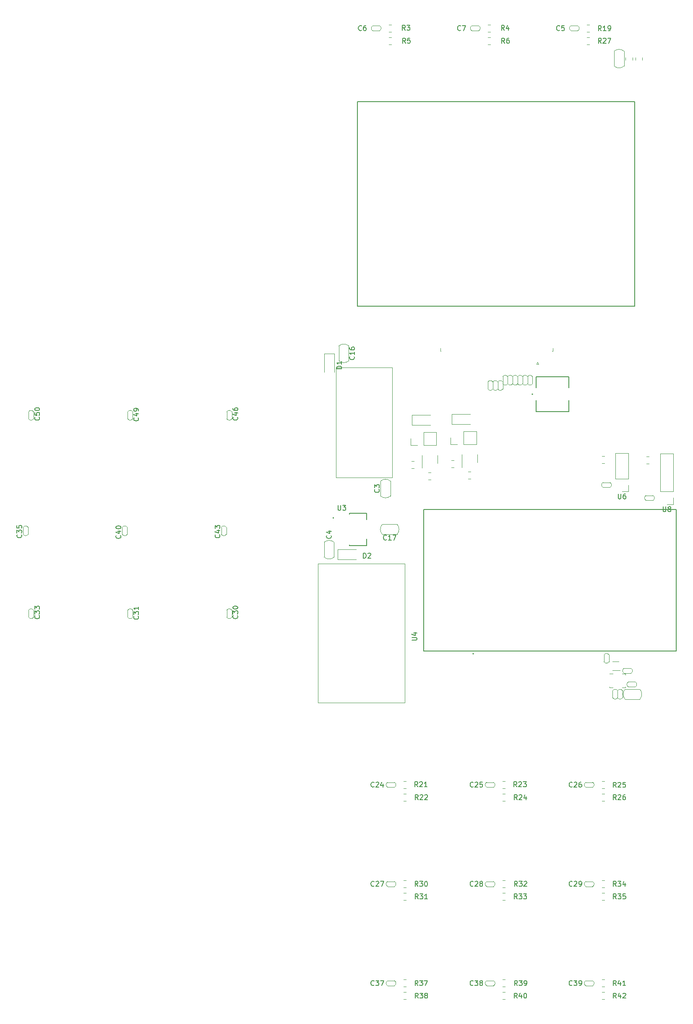
<source format=gbr>
%TF.GenerationSoftware,KiCad,Pcbnew,7.0.2*%
%TF.CreationDate,2023-07-05T22:01:38+03:00*%
%TF.ProjectId,strange_games,73747261-6e67-4655-9f67-616d65732e6b,rev?*%
%TF.SameCoordinates,Original*%
%TF.FileFunction,Legend,Top*%
%TF.FilePolarity,Positive*%
%FSLAX46Y46*%
G04 Gerber Fmt 4.6, Leading zero omitted, Abs format (unit mm)*
G04 Created by KiCad (PCBNEW 7.0.2) date 2023-07-05 22:01:38*
%MOMM*%
%LPD*%
G01*
G04 APERTURE LIST*
%ADD10C,0.150000*%
%ADD11C,0.120000*%
%ADD12C,0.200000*%
%ADD13C,0.127000*%
%ADD14C,0.100000*%
G04 APERTURE END LIST*
D10*
X135846000Y-110540000D02*
X191846000Y-110540000D01*
X135846000Y-69290000D02*
X135846000Y-110540000D01*
X191844924Y-69290000D02*
X135844924Y-69290000D01*
X191846000Y-110540000D02*
X191844924Y-69290000D01*
%TO.C,R4*%
X165522533Y-54885619D02*
X165189200Y-54409428D01*
X164951105Y-54885619D02*
X164951105Y-53885619D01*
X164951105Y-53885619D02*
X165332057Y-53885619D01*
X165332057Y-53885619D02*
X165427295Y-53933238D01*
X165427295Y-53933238D02*
X165474914Y-53980857D01*
X165474914Y-53980857D02*
X165522533Y-54076095D01*
X165522533Y-54076095D02*
X165522533Y-54218952D01*
X165522533Y-54218952D02*
X165474914Y-54314190D01*
X165474914Y-54314190D02*
X165427295Y-54361809D01*
X165427295Y-54361809D02*
X165332057Y-54409428D01*
X165332057Y-54409428D02*
X164951105Y-54409428D01*
X166379676Y-54218952D02*
X166379676Y-54885619D01*
X166141581Y-53838000D02*
X165903486Y-54552285D01*
X165903486Y-54552285D02*
X166522533Y-54552285D01*
%TO.C,C5*%
X176687333Y-54845380D02*
X176639714Y-54893000D01*
X176639714Y-54893000D02*
X176496857Y-54940619D01*
X176496857Y-54940619D02*
X176401619Y-54940619D01*
X176401619Y-54940619D02*
X176258762Y-54893000D01*
X176258762Y-54893000D02*
X176163524Y-54797761D01*
X176163524Y-54797761D02*
X176115905Y-54702523D01*
X176115905Y-54702523D02*
X176068286Y-54512047D01*
X176068286Y-54512047D02*
X176068286Y-54369190D01*
X176068286Y-54369190D02*
X176115905Y-54178714D01*
X176115905Y-54178714D02*
X176163524Y-54083476D01*
X176163524Y-54083476D02*
X176258762Y-53988238D01*
X176258762Y-53988238D02*
X176401619Y-53940619D01*
X176401619Y-53940619D02*
X176496857Y-53940619D01*
X176496857Y-53940619D02*
X176639714Y-53988238D01*
X176639714Y-53988238D02*
X176687333Y-54035857D01*
X177592095Y-53940619D02*
X177115905Y-53940619D01*
X177115905Y-53940619D02*
X177068286Y-54416809D01*
X177068286Y-54416809D02*
X177115905Y-54369190D01*
X177115905Y-54369190D02*
X177211143Y-54321571D01*
X177211143Y-54321571D02*
X177449238Y-54321571D01*
X177449238Y-54321571D02*
X177544476Y-54369190D01*
X177544476Y-54369190D02*
X177592095Y-54416809D01*
X177592095Y-54416809D02*
X177639714Y-54512047D01*
X177639714Y-54512047D02*
X177639714Y-54750142D01*
X177639714Y-54750142D02*
X177592095Y-54845380D01*
X177592095Y-54845380D02*
X177544476Y-54893000D01*
X177544476Y-54893000D02*
X177449238Y-54940619D01*
X177449238Y-54940619D02*
X177211143Y-54940619D01*
X177211143Y-54940619D02*
X177115905Y-54893000D01*
X177115905Y-54893000D02*
X177068286Y-54845380D01*
%TO.C,R19*%
X185078096Y-54981670D02*
X184744763Y-54505479D01*
X184506668Y-54981670D02*
X184506668Y-53981670D01*
X184506668Y-53981670D02*
X184887620Y-53981670D01*
X184887620Y-53981670D02*
X184982858Y-54029289D01*
X184982858Y-54029289D02*
X185030477Y-54076908D01*
X185030477Y-54076908D02*
X185078096Y-54172146D01*
X185078096Y-54172146D02*
X185078096Y-54315003D01*
X185078096Y-54315003D02*
X185030477Y-54410241D01*
X185030477Y-54410241D02*
X184982858Y-54457860D01*
X184982858Y-54457860D02*
X184887620Y-54505479D01*
X184887620Y-54505479D02*
X184506668Y-54505479D01*
X186030477Y-54981670D02*
X185459049Y-54981670D01*
X185744763Y-54981670D02*
X185744763Y-53981670D01*
X185744763Y-53981670D02*
X185649525Y-54124527D01*
X185649525Y-54124527D02*
X185554287Y-54219765D01*
X185554287Y-54219765D02*
X185459049Y-54267384D01*
X186506668Y-54981670D02*
X186697144Y-54981670D01*
X186697144Y-54981670D02*
X186792382Y-54934051D01*
X186792382Y-54934051D02*
X186840001Y-54886431D01*
X186840001Y-54886431D02*
X186935239Y-54743574D01*
X186935239Y-54743574D02*
X186982858Y-54553098D01*
X186982858Y-54553098D02*
X186982858Y-54172146D01*
X186982858Y-54172146D02*
X186935239Y-54076908D01*
X186935239Y-54076908D02*
X186887620Y-54029289D01*
X186887620Y-54029289D02*
X186792382Y-53981670D01*
X186792382Y-53981670D02*
X186601906Y-53981670D01*
X186601906Y-53981670D02*
X186506668Y-54029289D01*
X186506668Y-54029289D02*
X186459049Y-54076908D01*
X186459049Y-54076908D02*
X186411430Y-54172146D01*
X186411430Y-54172146D02*
X186411430Y-54410241D01*
X186411430Y-54410241D02*
X186459049Y-54505479D01*
X186459049Y-54505479D02*
X186506668Y-54553098D01*
X186506668Y-54553098D02*
X186601906Y-54600717D01*
X186601906Y-54600717D02*
X186792382Y-54600717D01*
X186792382Y-54600717D02*
X186887620Y-54553098D01*
X186887620Y-54553098D02*
X186935239Y-54505479D01*
X186935239Y-54505479D02*
X186982858Y-54410241D01*
%TO.C,R6*%
X165577333Y-57480619D02*
X165244000Y-57004428D01*
X165005905Y-57480619D02*
X165005905Y-56480619D01*
X165005905Y-56480619D02*
X165386857Y-56480619D01*
X165386857Y-56480619D02*
X165482095Y-56528238D01*
X165482095Y-56528238D02*
X165529714Y-56575857D01*
X165529714Y-56575857D02*
X165577333Y-56671095D01*
X165577333Y-56671095D02*
X165577333Y-56813952D01*
X165577333Y-56813952D02*
X165529714Y-56909190D01*
X165529714Y-56909190D02*
X165482095Y-56956809D01*
X165482095Y-56956809D02*
X165386857Y-57004428D01*
X165386857Y-57004428D02*
X165005905Y-57004428D01*
X166434476Y-56480619D02*
X166244000Y-56480619D01*
X166244000Y-56480619D02*
X166148762Y-56528238D01*
X166148762Y-56528238D02*
X166101143Y-56575857D01*
X166101143Y-56575857D02*
X166005905Y-56718714D01*
X166005905Y-56718714D02*
X165958286Y-56909190D01*
X165958286Y-56909190D02*
X165958286Y-57290142D01*
X165958286Y-57290142D02*
X166005905Y-57385380D01*
X166005905Y-57385380D02*
X166053524Y-57433000D01*
X166053524Y-57433000D02*
X166148762Y-57480619D01*
X166148762Y-57480619D02*
X166339238Y-57480619D01*
X166339238Y-57480619D02*
X166434476Y-57433000D01*
X166434476Y-57433000D02*
X166482095Y-57385380D01*
X166482095Y-57385380D02*
X166529714Y-57290142D01*
X166529714Y-57290142D02*
X166529714Y-57052047D01*
X166529714Y-57052047D02*
X166482095Y-56956809D01*
X166482095Y-56956809D02*
X166434476Y-56909190D01*
X166434476Y-56909190D02*
X166339238Y-56861571D01*
X166339238Y-56861571D02*
X166148762Y-56861571D01*
X166148762Y-56861571D02*
X166053524Y-56909190D01*
X166053524Y-56909190D02*
X166005905Y-56956809D01*
X166005905Y-56956809D02*
X165958286Y-57052047D01*
%TO.C,C6*%
X136687333Y-54845380D02*
X136639714Y-54893000D01*
X136639714Y-54893000D02*
X136496857Y-54940619D01*
X136496857Y-54940619D02*
X136401619Y-54940619D01*
X136401619Y-54940619D02*
X136258762Y-54893000D01*
X136258762Y-54893000D02*
X136163524Y-54797761D01*
X136163524Y-54797761D02*
X136115905Y-54702523D01*
X136115905Y-54702523D02*
X136068286Y-54512047D01*
X136068286Y-54512047D02*
X136068286Y-54369190D01*
X136068286Y-54369190D02*
X136115905Y-54178714D01*
X136115905Y-54178714D02*
X136163524Y-54083476D01*
X136163524Y-54083476D02*
X136258762Y-53988238D01*
X136258762Y-53988238D02*
X136401619Y-53940619D01*
X136401619Y-53940619D02*
X136496857Y-53940619D01*
X136496857Y-53940619D02*
X136639714Y-53988238D01*
X136639714Y-53988238D02*
X136687333Y-54035857D01*
X137544476Y-53940619D02*
X137354000Y-53940619D01*
X137354000Y-53940619D02*
X137258762Y-53988238D01*
X137258762Y-53988238D02*
X137211143Y-54035857D01*
X137211143Y-54035857D02*
X137115905Y-54178714D01*
X137115905Y-54178714D02*
X137068286Y-54369190D01*
X137068286Y-54369190D02*
X137068286Y-54750142D01*
X137068286Y-54750142D02*
X137115905Y-54845380D01*
X137115905Y-54845380D02*
X137163524Y-54893000D01*
X137163524Y-54893000D02*
X137258762Y-54940619D01*
X137258762Y-54940619D02*
X137449238Y-54940619D01*
X137449238Y-54940619D02*
X137544476Y-54893000D01*
X137544476Y-54893000D02*
X137592095Y-54845380D01*
X137592095Y-54845380D02*
X137639714Y-54750142D01*
X137639714Y-54750142D02*
X137639714Y-54512047D01*
X137639714Y-54512047D02*
X137592095Y-54416809D01*
X137592095Y-54416809D02*
X137544476Y-54369190D01*
X137544476Y-54369190D02*
X137449238Y-54321571D01*
X137449238Y-54321571D02*
X137258762Y-54321571D01*
X137258762Y-54321571D02*
X137163524Y-54369190D01*
X137163524Y-54369190D02*
X137115905Y-54416809D01*
X137115905Y-54416809D02*
X137068286Y-54512047D01*
%TO.C,R3*%
X145522533Y-54885619D02*
X145189200Y-54409428D01*
X144951105Y-54885619D02*
X144951105Y-53885619D01*
X144951105Y-53885619D02*
X145332057Y-53885619D01*
X145332057Y-53885619D02*
X145427295Y-53933238D01*
X145427295Y-53933238D02*
X145474914Y-53980857D01*
X145474914Y-53980857D02*
X145522533Y-54076095D01*
X145522533Y-54076095D02*
X145522533Y-54218952D01*
X145522533Y-54218952D02*
X145474914Y-54314190D01*
X145474914Y-54314190D02*
X145427295Y-54361809D01*
X145427295Y-54361809D02*
X145332057Y-54409428D01*
X145332057Y-54409428D02*
X144951105Y-54409428D01*
X145855867Y-53885619D02*
X146474914Y-53885619D01*
X146474914Y-53885619D02*
X146141581Y-54266571D01*
X146141581Y-54266571D02*
X146284438Y-54266571D01*
X146284438Y-54266571D02*
X146379676Y-54314190D01*
X146379676Y-54314190D02*
X146427295Y-54361809D01*
X146427295Y-54361809D02*
X146474914Y-54457047D01*
X146474914Y-54457047D02*
X146474914Y-54695142D01*
X146474914Y-54695142D02*
X146427295Y-54790380D01*
X146427295Y-54790380D02*
X146379676Y-54838000D01*
X146379676Y-54838000D02*
X146284438Y-54885619D01*
X146284438Y-54885619D02*
X145998724Y-54885619D01*
X145998724Y-54885619D02*
X145903486Y-54838000D01*
X145903486Y-54838000D02*
X145855867Y-54790380D01*
%TO.C,R27*%
X185078096Y-57480619D02*
X184744763Y-57004428D01*
X184506668Y-57480619D02*
X184506668Y-56480619D01*
X184506668Y-56480619D02*
X184887620Y-56480619D01*
X184887620Y-56480619D02*
X184982858Y-56528238D01*
X184982858Y-56528238D02*
X185030477Y-56575857D01*
X185030477Y-56575857D02*
X185078096Y-56671095D01*
X185078096Y-56671095D02*
X185078096Y-56813952D01*
X185078096Y-56813952D02*
X185030477Y-56909190D01*
X185030477Y-56909190D02*
X184982858Y-56956809D01*
X184982858Y-56956809D02*
X184887620Y-57004428D01*
X184887620Y-57004428D02*
X184506668Y-57004428D01*
X185459049Y-56575857D02*
X185506668Y-56528238D01*
X185506668Y-56528238D02*
X185601906Y-56480619D01*
X185601906Y-56480619D02*
X185840001Y-56480619D01*
X185840001Y-56480619D02*
X185935239Y-56528238D01*
X185935239Y-56528238D02*
X185982858Y-56575857D01*
X185982858Y-56575857D02*
X186030477Y-56671095D01*
X186030477Y-56671095D02*
X186030477Y-56766333D01*
X186030477Y-56766333D02*
X185982858Y-56909190D01*
X185982858Y-56909190D02*
X185411430Y-57480619D01*
X185411430Y-57480619D02*
X186030477Y-57480619D01*
X186363811Y-56480619D02*
X187030477Y-56480619D01*
X187030477Y-56480619D02*
X186601906Y-57480619D01*
%TO.C,R5*%
X145577333Y-57480619D02*
X145244000Y-57004428D01*
X145005905Y-57480619D02*
X145005905Y-56480619D01*
X145005905Y-56480619D02*
X145386857Y-56480619D01*
X145386857Y-56480619D02*
X145482095Y-56528238D01*
X145482095Y-56528238D02*
X145529714Y-56575857D01*
X145529714Y-56575857D02*
X145577333Y-56671095D01*
X145577333Y-56671095D02*
X145577333Y-56813952D01*
X145577333Y-56813952D02*
X145529714Y-56909190D01*
X145529714Y-56909190D02*
X145482095Y-56956809D01*
X145482095Y-56956809D02*
X145386857Y-57004428D01*
X145386857Y-57004428D02*
X145005905Y-57004428D01*
X146482095Y-56480619D02*
X146005905Y-56480619D01*
X146005905Y-56480619D02*
X145958286Y-56956809D01*
X145958286Y-56956809D02*
X146005905Y-56909190D01*
X146005905Y-56909190D02*
X146101143Y-56861571D01*
X146101143Y-56861571D02*
X146339238Y-56861571D01*
X146339238Y-56861571D02*
X146434476Y-56909190D01*
X146434476Y-56909190D02*
X146482095Y-56956809D01*
X146482095Y-56956809D02*
X146529714Y-57052047D01*
X146529714Y-57052047D02*
X146529714Y-57290142D01*
X146529714Y-57290142D02*
X146482095Y-57385380D01*
X146482095Y-57385380D02*
X146434476Y-57433000D01*
X146434476Y-57433000D02*
X146339238Y-57480619D01*
X146339238Y-57480619D02*
X146101143Y-57480619D01*
X146101143Y-57480619D02*
X146005905Y-57433000D01*
X146005905Y-57433000D02*
X145958286Y-57385380D01*
%TO.C,C7*%
X156687333Y-54845380D02*
X156639714Y-54893000D01*
X156639714Y-54893000D02*
X156496857Y-54940619D01*
X156496857Y-54940619D02*
X156401619Y-54940619D01*
X156401619Y-54940619D02*
X156258762Y-54893000D01*
X156258762Y-54893000D02*
X156163524Y-54797761D01*
X156163524Y-54797761D02*
X156115905Y-54702523D01*
X156115905Y-54702523D02*
X156068286Y-54512047D01*
X156068286Y-54512047D02*
X156068286Y-54369190D01*
X156068286Y-54369190D02*
X156115905Y-54178714D01*
X156115905Y-54178714D02*
X156163524Y-54083476D01*
X156163524Y-54083476D02*
X156258762Y-53988238D01*
X156258762Y-53988238D02*
X156401619Y-53940619D01*
X156401619Y-53940619D02*
X156496857Y-53940619D01*
X156496857Y-53940619D02*
X156639714Y-53988238D01*
X156639714Y-53988238D02*
X156687333Y-54035857D01*
X157020667Y-53940619D02*
X157687333Y-53940619D01*
X157687333Y-53940619D02*
X157258762Y-54940619D01*
%TO.C,U4*%
X146843619Y-177856904D02*
X147653142Y-177856904D01*
X147653142Y-177856904D02*
X147748380Y-177809285D01*
X147748380Y-177809285D02*
X147796000Y-177761666D01*
X147796000Y-177761666D02*
X147843619Y-177666428D01*
X147843619Y-177666428D02*
X147843619Y-177475952D01*
X147843619Y-177475952D02*
X147796000Y-177380714D01*
X147796000Y-177380714D02*
X147748380Y-177333095D01*
X147748380Y-177333095D02*
X147653142Y-177285476D01*
X147653142Y-177285476D02*
X146843619Y-177285476D01*
X147176952Y-176380714D02*
X147843619Y-176380714D01*
X146796000Y-176618809D02*
X147510285Y-176856904D01*
X147510285Y-176856904D02*
X147510285Y-176237857D01*
%TO.C,U6*%
X188484095Y-148332619D02*
X188484095Y-149142142D01*
X188484095Y-149142142D02*
X188531714Y-149237380D01*
X188531714Y-149237380D02*
X188579333Y-149285000D01*
X188579333Y-149285000D02*
X188674571Y-149332619D01*
X188674571Y-149332619D02*
X188865047Y-149332619D01*
X188865047Y-149332619D02*
X188960285Y-149285000D01*
X188960285Y-149285000D02*
X189007904Y-149237380D01*
X189007904Y-149237380D02*
X189055523Y-149142142D01*
X189055523Y-149142142D02*
X189055523Y-148332619D01*
X189960285Y-148332619D02*
X189769809Y-148332619D01*
X189769809Y-148332619D02*
X189674571Y-148380238D01*
X189674571Y-148380238D02*
X189626952Y-148427857D01*
X189626952Y-148427857D02*
X189531714Y-148570714D01*
X189531714Y-148570714D02*
X189484095Y-148761190D01*
X189484095Y-148761190D02*
X189484095Y-149142142D01*
X189484095Y-149142142D02*
X189531714Y-149237380D01*
X189531714Y-149237380D02*
X189579333Y-149285000D01*
X189579333Y-149285000D02*
X189674571Y-149332619D01*
X189674571Y-149332619D02*
X189865047Y-149332619D01*
X189865047Y-149332619D02*
X189960285Y-149285000D01*
X189960285Y-149285000D02*
X190007904Y-149237380D01*
X190007904Y-149237380D02*
X190055523Y-149142142D01*
X190055523Y-149142142D02*
X190055523Y-148904047D01*
X190055523Y-148904047D02*
X190007904Y-148808809D01*
X190007904Y-148808809D02*
X189960285Y-148761190D01*
X189960285Y-148761190D02*
X189865047Y-148713571D01*
X189865047Y-148713571D02*
X189674571Y-148713571D01*
X189674571Y-148713571D02*
X189579333Y-148761190D01*
X189579333Y-148761190D02*
X189531714Y-148808809D01*
X189531714Y-148808809D02*
X189484095Y-148904047D01*
%TO.C,R34*%
X188078096Y-227440619D02*
X187744763Y-226964428D01*
X187506668Y-227440619D02*
X187506668Y-226440619D01*
X187506668Y-226440619D02*
X187887620Y-226440619D01*
X187887620Y-226440619D02*
X187982858Y-226488238D01*
X187982858Y-226488238D02*
X188030477Y-226535857D01*
X188030477Y-226535857D02*
X188078096Y-226631095D01*
X188078096Y-226631095D02*
X188078096Y-226773952D01*
X188078096Y-226773952D02*
X188030477Y-226869190D01*
X188030477Y-226869190D02*
X187982858Y-226916809D01*
X187982858Y-226916809D02*
X187887620Y-226964428D01*
X187887620Y-226964428D02*
X187506668Y-226964428D01*
X188411430Y-226440619D02*
X189030477Y-226440619D01*
X189030477Y-226440619D02*
X188697144Y-226821571D01*
X188697144Y-226821571D02*
X188840001Y-226821571D01*
X188840001Y-226821571D02*
X188935239Y-226869190D01*
X188935239Y-226869190D02*
X188982858Y-226916809D01*
X188982858Y-226916809D02*
X189030477Y-227012047D01*
X189030477Y-227012047D02*
X189030477Y-227250142D01*
X189030477Y-227250142D02*
X188982858Y-227345380D01*
X188982858Y-227345380D02*
X188935239Y-227393000D01*
X188935239Y-227393000D02*
X188840001Y-227440619D01*
X188840001Y-227440619D02*
X188554287Y-227440619D01*
X188554287Y-227440619D02*
X188459049Y-227393000D01*
X188459049Y-227393000D02*
X188411430Y-227345380D01*
X189887620Y-226773952D02*
X189887620Y-227440619D01*
X189649525Y-226393000D02*
X189411430Y-227107285D01*
X189411430Y-227107285D02*
X190030477Y-227107285D01*
%TO.C,R21*%
X148046342Y-207385619D02*
X147713009Y-206909428D01*
X147474914Y-207385619D02*
X147474914Y-206385619D01*
X147474914Y-206385619D02*
X147855866Y-206385619D01*
X147855866Y-206385619D02*
X147951104Y-206433238D01*
X147951104Y-206433238D02*
X147998723Y-206480857D01*
X147998723Y-206480857D02*
X148046342Y-206576095D01*
X148046342Y-206576095D02*
X148046342Y-206718952D01*
X148046342Y-206718952D02*
X147998723Y-206814190D01*
X147998723Y-206814190D02*
X147951104Y-206861809D01*
X147951104Y-206861809D02*
X147855866Y-206909428D01*
X147855866Y-206909428D02*
X147474914Y-206909428D01*
X148427295Y-206480857D02*
X148474914Y-206433238D01*
X148474914Y-206433238D02*
X148570152Y-206385619D01*
X148570152Y-206385619D02*
X148808247Y-206385619D01*
X148808247Y-206385619D02*
X148903485Y-206433238D01*
X148903485Y-206433238D02*
X148951104Y-206480857D01*
X148951104Y-206480857D02*
X148998723Y-206576095D01*
X148998723Y-206576095D02*
X148998723Y-206671333D01*
X148998723Y-206671333D02*
X148951104Y-206814190D01*
X148951104Y-206814190D02*
X148379676Y-207385619D01*
X148379676Y-207385619D02*
X148998723Y-207385619D01*
X149951104Y-207385619D02*
X149379676Y-207385619D01*
X149665390Y-207385619D02*
X149665390Y-206385619D01*
X149665390Y-206385619D02*
X149570152Y-206528476D01*
X149570152Y-206528476D02*
X149474914Y-206623714D01*
X149474914Y-206623714D02*
X149379676Y-206671333D01*
%TO.C,R35*%
X188101142Y-229980619D02*
X187767809Y-229504428D01*
X187529714Y-229980619D02*
X187529714Y-228980619D01*
X187529714Y-228980619D02*
X187910666Y-228980619D01*
X187910666Y-228980619D02*
X188005904Y-229028238D01*
X188005904Y-229028238D02*
X188053523Y-229075857D01*
X188053523Y-229075857D02*
X188101142Y-229171095D01*
X188101142Y-229171095D02*
X188101142Y-229313952D01*
X188101142Y-229313952D02*
X188053523Y-229409190D01*
X188053523Y-229409190D02*
X188005904Y-229456809D01*
X188005904Y-229456809D02*
X187910666Y-229504428D01*
X187910666Y-229504428D02*
X187529714Y-229504428D01*
X188434476Y-228980619D02*
X189053523Y-228980619D01*
X189053523Y-228980619D02*
X188720190Y-229361571D01*
X188720190Y-229361571D02*
X188863047Y-229361571D01*
X188863047Y-229361571D02*
X188958285Y-229409190D01*
X188958285Y-229409190D02*
X189005904Y-229456809D01*
X189005904Y-229456809D02*
X189053523Y-229552047D01*
X189053523Y-229552047D02*
X189053523Y-229790142D01*
X189053523Y-229790142D02*
X189005904Y-229885380D01*
X189005904Y-229885380D02*
X188958285Y-229933000D01*
X188958285Y-229933000D02*
X188863047Y-229980619D01*
X188863047Y-229980619D02*
X188577333Y-229980619D01*
X188577333Y-229980619D02*
X188482095Y-229933000D01*
X188482095Y-229933000D02*
X188434476Y-229885380D01*
X189958285Y-228980619D02*
X189482095Y-228980619D01*
X189482095Y-228980619D02*
X189434476Y-229456809D01*
X189434476Y-229456809D02*
X189482095Y-229409190D01*
X189482095Y-229409190D02*
X189577333Y-229361571D01*
X189577333Y-229361571D02*
X189815428Y-229361571D01*
X189815428Y-229361571D02*
X189910666Y-229409190D01*
X189910666Y-229409190D02*
X189958285Y-229456809D01*
X189958285Y-229456809D02*
X190005904Y-229552047D01*
X190005904Y-229552047D02*
X190005904Y-229790142D01*
X190005904Y-229790142D02*
X189958285Y-229885380D01*
X189958285Y-229885380D02*
X189910666Y-229933000D01*
X189910666Y-229933000D02*
X189815428Y-229980619D01*
X189815428Y-229980619D02*
X189577333Y-229980619D01*
X189577333Y-229980619D02*
X189482095Y-229933000D01*
X189482095Y-229933000D02*
X189434476Y-229885380D01*
%TO.C,C39*%
X179211142Y-247345380D02*
X179163523Y-247393000D01*
X179163523Y-247393000D02*
X179020666Y-247440619D01*
X179020666Y-247440619D02*
X178925428Y-247440619D01*
X178925428Y-247440619D02*
X178782571Y-247393000D01*
X178782571Y-247393000D02*
X178687333Y-247297761D01*
X178687333Y-247297761D02*
X178639714Y-247202523D01*
X178639714Y-247202523D02*
X178592095Y-247012047D01*
X178592095Y-247012047D02*
X178592095Y-246869190D01*
X178592095Y-246869190D02*
X178639714Y-246678714D01*
X178639714Y-246678714D02*
X178687333Y-246583476D01*
X178687333Y-246583476D02*
X178782571Y-246488238D01*
X178782571Y-246488238D02*
X178925428Y-246440619D01*
X178925428Y-246440619D02*
X179020666Y-246440619D01*
X179020666Y-246440619D02*
X179163523Y-246488238D01*
X179163523Y-246488238D02*
X179211142Y-246535857D01*
X179544476Y-246440619D02*
X180163523Y-246440619D01*
X180163523Y-246440619D02*
X179830190Y-246821571D01*
X179830190Y-246821571D02*
X179973047Y-246821571D01*
X179973047Y-246821571D02*
X180068285Y-246869190D01*
X180068285Y-246869190D02*
X180115904Y-246916809D01*
X180115904Y-246916809D02*
X180163523Y-247012047D01*
X180163523Y-247012047D02*
X180163523Y-247250142D01*
X180163523Y-247250142D02*
X180115904Y-247345380D01*
X180115904Y-247345380D02*
X180068285Y-247393000D01*
X180068285Y-247393000D02*
X179973047Y-247440619D01*
X179973047Y-247440619D02*
X179687333Y-247440619D01*
X179687333Y-247440619D02*
X179592095Y-247393000D01*
X179592095Y-247393000D02*
X179544476Y-247345380D01*
X180639714Y-247440619D02*
X180830190Y-247440619D01*
X180830190Y-247440619D02*
X180925428Y-247393000D01*
X180925428Y-247393000D02*
X180973047Y-247345380D01*
X180973047Y-247345380D02*
X181068285Y-247202523D01*
X181068285Y-247202523D02*
X181115904Y-247012047D01*
X181115904Y-247012047D02*
X181115904Y-246631095D01*
X181115904Y-246631095D02*
X181068285Y-246535857D01*
X181068285Y-246535857D02*
X181020666Y-246488238D01*
X181020666Y-246488238D02*
X180925428Y-246440619D01*
X180925428Y-246440619D02*
X180734952Y-246440619D01*
X180734952Y-246440619D02*
X180639714Y-246488238D01*
X180639714Y-246488238D02*
X180592095Y-246535857D01*
X180592095Y-246535857D02*
X180544476Y-246631095D01*
X180544476Y-246631095D02*
X180544476Y-246869190D01*
X180544476Y-246869190D02*
X180592095Y-246964428D01*
X180592095Y-246964428D02*
X180639714Y-247012047D01*
X180639714Y-247012047D02*
X180734952Y-247059666D01*
X180734952Y-247059666D02*
X180925428Y-247059666D01*
X180925428Y-247059666D02*
X181020666Y-247012047D01*
X181020666Y-247012047D02*
X181068285Y-246964428D01*
X181068285Y-246964428D02*
X181115904Y-246869190D01*
%TO.C,C25*%
X159211142Y-207345380D02*
X159163523Y-207393000D01*
X159163523Y-207393000D02*
X159020666Y-207440619D01*
X159020666Y-207440619D02*
X158925428Y-207440619D01*
X158925428Y-207440619D02*
X158782571Y-207393000D01*
X158782571Y-207393000D02*
X158687333Y-207297761D01*
X158687333Y-207297761D02*
X158639714Y-207202523D01*
X158639714Y-207202523D02*
X158592095Y-207012047D01*
X158592095Y-207012047D02*
X158592095Y-206869190D01*
X158592095Y-206869190D02*
X158639714Y-206678714D01*
X158639714Y-206678714D02*
X158687333Y-206583476D01*
X158687333Y-206583476D02*
X158782571Y-206488238D01*
X158782571Y-206488238D02*
X158925428Y-206440619D01*
X158925428Y-206440619D02*
X159020666Y-206440619D01*
X159020666Y-206440619D02*
X159163523Y-206488238D01*
X159163523Y-206488238D02*
X159211142Y-206535857D01*
X159592095Y-206535857D02*
X159639714Y-206488238D01*
X159639714Y-206488238D02*
X159734952Y-206440619D01*
X159734952Y-206440619D02*
X159973047Y-206440619D01*
X159973047Y-206440619D02*
X160068285Y-206488238D01*
X160068285Y-206488238D02*
X160115904Y-206535857D01*
X160115904Y-206535857D02*
X160163523Y-206631095D01*
X160163523Y-206631095D02*
X160163523Y-206726333D01*
X160163523Y-206726333D02*
X160115904Y-206869190D01*
X160115904Y-206869190D02*
X159544476Y-207440619D01*
X159544476Y-207440619D02*
X160163523Y-207440619D01*
X161068285Y-206440619D02*
X160592095Y-206440619D01*
X160592095Y-206440619D02*
X160544476Y-206916809D01*
X160544476Y-206916809D02*
X160592095Y-206869190D01*
X160592095Y-206869190D02*
X160687333Y-206821571D01*
X160687333Y-206821571D02*
X160925428Y-206821571D01*
X160925428Y-206821571D02*
X161020666Y-206869190D01*
X161020666Y-206869190D02*
X161068285Y-206916809D01*
X161068285Y-206916809D02*
X161115904Y-207012047D01*
X161115904Y-207012047D02*
X161115904Y-207250142D01*
X161115904Y-207250142D02*
X161068285Y-207345380D01*
X161068285Y-207345380D02*
X161020666Y-207393000D01*
X161020666Y-207393000D02*
X160925428Y-207440619D01*
X160925428Y-207440619D02*
X160687333Y-207440619D01*
X160687333Y-207440619D02*
X160592095Y-207393000D01*
X160592095Y-207393000D02*
X160544476Y-207345380D01*
%TO.C,C24*%
X139211142Y-207345380D02*
X139163523Y-207393000D01*
X139163523Y-207393000D02*
X139020666Y-207440619D01*
X139020666Y-207440619D02*
X138925428Y-207440619D01*
X138925428Y-207440619D02*
X138782571Y-207393000D01*
X138782571Y-207393000D02*
X138687333Y-207297761D01*
X138687333Y-207297761D02*
X138639714Y-207202523D01*
X138639714Y-207202523D02*
X138592095Y-207012047D01*
X138592095Y-207012047D02*
X138592095Y-206869190D01*
X138592095Y-206869190D02*
X138639714Y-206678714D01*
X138639714Y-206678714D02*
X138687333Y-206583476D01*
X138687333Y-206583476D02*
X138782571Y-206488238D01*
X138782571Y-206488238D02*
X138925428Y-206440619D01*
X138925428Y-206440619D02*
X139020666Y-206440619D01*
X139020666Y-206440619D02*
X139163523Y-206488238D01*
X139163523Y-206488238D02*
X139211142Y-206535857D01*
X139592095Y-206535857D02*
X139639714Y-206488238D01*
X139639714Y-206488238D02*
X139734952Y-206440619D01*
X139734952Y-206440619D02*
X139973047Y-206440619D01*
X139973047Y-206440619D02*
X140068285Y-206488238D01*
X140068285Y-206488238D02*
X140115904Y-206535857D01*
X140115904Y-206535857D02*
X140163523Y-206631095D01*
X140163523Y-206631095D02*
X140163523Y-206726333D01*
X140163523Y-206726333D02*
X140115904Y-206869190D01*
X140115904Y-206869190D02*
X139544476Y-207440619D01*
X139544476Y-207440619D02*
X140163523Y-207440619D01*
X141020666Y-206773952D02*
X141020666Y-207440619D01*
X140782571Y-206393000D02*
X140544476Y-207107285D01*
X140544476Y-207107285D02*
X141163523Y-207107285D01*
%TO.C,C31*%
X91602180Y-173002457D02*
X91649800Y-173050076D01*
X91649800Y-173050076D02*
X91697419Y-173192933D01*
X91697419Y-173192933D02*
X91697419Y-173288171D01*
X91697419Y-173288171D02*
X91649800Y-173431028D01*
X91649800Y-173431028D02*
X91554561Y-173526266D01*
X91554561Y-173526266D02*
X91459323Y-173573885D01*
X91459323Y-173573885D02*
X91268847Y-173621504D01*
X91268847Y-173621504D02*
X91125990Y-173621504D01*
X91125990Y-173621504D02*
X90935514Y-173573885D01*
X90935514Y-173573885D02*
X90840276Y-173526266D01*
X90840276Y-173526266D02*
X90745038Y-173431028D01*
X90745038Y-173431028D02*
X90697419Y-173288171D01*
X90697419Y-173288171D02*
X90697419Y-173192933D01*
X90697419Y-173192933D02*
X90745038Y-173050076D01*
X90745038Y-173050076D02*
X90792657Y-173002457D01*
X90697419Y-172669123D02*
X90697419Y-172050076D01*
X90697419Y-172050076D02*
X91078371Y-172383409D01*
X91078371Y-172383409D02*
X91078371Y-172240552D01*
X91078371Y-172240552D02*
X91125990Y-172145314D01*
X91125990Y-172145314D02*
X91173609Y-172097695D01*
X91173609Y-172097695D02*
X91268847Y-172050076D01*
X91268847Y-172050076D02*
X91506942Y-172050076D01*
X91506942Y-172050076D02*
X91602180Y-172097695D01*
X91602180Y-172097695D02*
X91649800Y-172145314D01*
X91649800Y-172145314D02*
X91697419Y-172240552D01*
X91697419Y-172240552D02*
X91697419Y-172526266D01*
X91697419Y-172526266D02*
X91649800Y-172621504D01*
X91649800Y-172621504D02*
X91602180Y-172669123D01*
X91697419Y-171097695D02*
X91697419Y-171669123D01*
X91697419Y-171383409D02*
X90697419Y-171383409D01*
X90697419Y-171383409D02*
X90840276Y-171478647D01*
X90840276Y-171478647D02*
X90935514Y-171573885D01*
X90935514Y-171573885D02*
X90983133Y-171669123D01*
%TO.C,R39*%
X168139096Y-247440619D02*
X167805763Y-246964428D01*
X167567668Y-247440619D02*
X167567668Y-246440619D01*
X167567668Y-246440619D02*
X167948620Y-246440619D01*
X167948620Y-246440619D02*
X168043858Y-246488238D01*
X168043858Y-246488238D02*
X168091477Y-246535857D01*
X168091477Y-246535857D02*
X168139096Y-246631095D01*
X168139096Y-246631095D02*
X168139096Y-246773952D01*
X168139096Y-246773952D02*
X168091477Y-246869190D01*
X168091477Y-246869190D02*
X168043858Y-246916809D01*
X168043858Y-246916809D02*
X167948620Y-246964428D01*
X167948620Y-246964428D02*
X167567668Y-246964428D01*
X168472430Y-246440619D02*
X169091477Y-246440619D01*
X169091477Y-246440619D02*
X168758144Y-246821571D01*
X168758144Y-246821571D02*
X168901001Y-246821571D01*
X168901001Y-246821571D02*
X168996239Y-246869190D01*
X168996239Y-246869190D02*
X169043858Y-246916809D01*
X169043858Y-246916809D02*
X169091477Y-247012047D01*
X169091477Y-247012047D02*
X169091477Y-247250142D01*
X169091477Y-247250142D02*
X169043858Y-247345380D01*
X169043858Y-247345380D02*
X168996239Y-247393000D01*
X168996239Y-247393000D02*
X168901001Y-247440619D01*
X168901001Y-247440619D02*
X168615287Y-247440619D01*
X168615287Y-247440619D02*
X168520049Y-247393000D01*
X168520049Y-247393000D02*
X168472430Y-247345380D01*
X169567668Y-247440619D02*
X169758144Y-247440619D01*
X169758144Y-247440619D02*
X169853382Y-247393000D01*
X169853382Y-247393000D02*
X169901001Y-247345380D01*
X169901001Y-247345380D02*
X169996239Y-247202523D01*
X169996239Y-247202523D02*
X170043858Y-247012047D01*
X170043858Y-247012047D02*
X170043858Y-246631095D01*
X170043858Y-246631095D02*
X169996239Y-246535857D01*
X169996239Y-246535857D02*
X169948620Y-246488238D01*
X169948620Y-246488238D02*
X169853382Y-246440619D01*
X169853382Y-246440619D02*
X169662906Y-246440619D01*
X169662906Y-246440619D02*
X169567668Y-246488238D01*
X169567668Y-246488238D02*
X169520049Y-246535857D01*
X169520049Y-246535857D02*
X169472430Y-246631095D01*
X169472430Y-246631095D02*
X169472430Y-246869190D01*
X169472430Y-246869190D02*
X169520049Y-246964428D01*
X169520049Y-246964428D02*
X169567668Y-247012047D01*
X169567668Y-247012047D02*
X169662906Y-247059666D01*
X169662906Y-247059666D02*
X169853382Y-247059666D01*
X169853382Y-247059666D02*
X169948620Y-247012047D01*
X169948620Y-247012047D02*
X169996239Y-246964428D01*
X169996239Y-246964428D02*
X170043858Y-246869190D01*
%TO.C,R25*%
X188078096Y-207481670D02*
X187744763Y-207005479D01*
X187506668Y-207481670D02*
X187506668Y-206481670D01*
X187506668Y-206481670D02*
X187887620Y-206481670D01*
X187887620Y-206481670D02*
X187982858Y-206529289D01*
X187982858Y-206529289D02*
X188030477Y-206576908D01*
X188030477Y-206576908D02*
X188078096Y-206672146D01*
X188078096Y-206672146D02*
X188078096Y-206815003D01*
X188078096Y-206815003D02*
X188030477Y-206910241D01*
X188030477Y-206910241D02*
X187982858Y-206957860D01*
X187982858Y-206957860D02*
X187887620Y-207005479D01*
X187887620Y-207005479D02*
X187506668Y-207005479D01*
X188459049Y-206576908D02*
X188506668Y-206529289D01*
X188506668Y-206529289D02*
X188601906Y-206481670D01*
X188601906Y-206481670D02*
X188840001Y-206481670D01*
X188840001Y-206481670D02*
X188935239Y-206529289D01*
X188935239Y-206529289D02*
X188982858Y-206576908D01*
X188982858Y-206576908D02*
X189030477Y-206672146D01*
X189030477Y-206672146D02*
X189030477Y-206767384D01*
X189030477Y-206767384D02*
X188982858Y-206910241D01*
X188982858Y-206910241D02*
X188411430Y-207481670D01*
X188411430Y-207481670D02*
X189030477Y-207481670D01*
X189935239Y-206481670D02*
X189459049Y-206481670D01*
X189459049Y-206481670D02*
X189411430Y-206957860D01*
X189411430Y-206957860D02*
X189459049Y-206910241D01*
X189459049Y-206910241D02*
X189554287Y-206862622D01*
X189554287Y-206862622D02*
X189792382Y-206862622D01*
X189792382Y-206862622D02*
X189887620Y-206910241D01*
X189887620Y-206910241D02*
X189935239Y-206957860D01*
X189935239Y-206957860D02*
X189982858Y-207053098D01*
X189982858Y-207053098D02*
X189982858Y-207291193D01*
X189982858Y-207291193D02*
X189935239Y-207386431D01*
X189935239Y-207386431D02*
X189887620Y-207434051D01*
X189887620Y-207434051D02*
X189792382Y-207481670D01*
X189792382Y-207481670D02*
X189554287Y-207481670D01*
X189554287Y-207481670D02*
X189459049Y-207434051D01*
X189459049Y-207434051D02*
X189411430Y-207386431D01*
%TO.C,R30*%
X148073096Y-227440619D02*
X147739763Y-226964428D01*
X147501668Y-227440619D02*
X147501668Y-226440619D01*
X147501668Y-226440619D02*
X147882620Y-226440619D01*
X147882620Y-226440619D02*
X147977858Y-226488238D01*
X147977858Y-226488238D02*
X148025477Y-226535857D01*
X148025477Y-226535857D02*
X148073096Y-226631095D01*
X148073096Y-226631095D02*
X148073096Y-226773952D01*
X148073096Y-226773952D02*
X148025477Y-226869190D01*
X148025477Y-226869190D02*
X147977858Y-226916809D01*
X147977858Y-226916809D02*
X147882620Y-226964428D01*
X147882620Y-226964428D02*
X147501668Y-226964428D01*
X148406430Y-226440619D02*
X149025477Y-226440619D01*
X149025477Y-226440619D02*
X148692144Y-226821571D01*
X148692144Y-226821571D02*
X148835001Y-226821571D01*
X148835001Y-226821571D02*
X148930239Y-226869190D01*
X148930239Y-226869190D02*
X148977858Y-226916809D01*
X148977858Y-226916809D02*
X149025477Y-227012047D01*
X149025477Y-227012047D02*
X149025477Y-227250142D01*
X149025477Y-227250142D02*
X148977858Y-227345380D01*
X148977858Y-227345380D02*
X148930239Y-227393000D01*
X148930239Y-227393000D02*
X148835001Y-227440619D01*
X148835001Y-227440619D02*
X148549287Y-227440619D01*
X148549287Y-227440619D02*
X148454049Y-227393000D01*
X148454049Y-227393000D02*
X148406430Y-227345380D01*
X149644525Y-226440619D02*
X149739763Y-226440619D01*
X149739763Y-226440619D02*
X149835001Y-226488238D01*
X149835001Y-226488238D02*
X149882620Y-226535857D01*
X149882620Y-226535857D02*
X149930239Y-226631095D01*
X149930239Y-226631095D02*
X149977858Y-226821571D01*
X149977858Y-226821571D02*
X149977858Y-227059666D01*
X149977858Y-227059666D02*
X149930239Y-227250142D01*
X149930239Y-227250142D02*
X149882620Y-227345380D01*
X149882620Y-227345380D02*
X149835001Y-227393000D01*
X149835001Y-227393000D02*
X149739763Y-227440619D01*
X149739763Y-227440619D02*
X149644525Y-227440619D01*
X149644525Y-227440619D02*
X149549287Y-227393000D01*
X149549287Y-227393000D02*
X149501668Y-227345380D01*
X149501668Y-227345380D02*
X149454049Y-227250142D01*
X149454049Y-227250142D02*
X149406430Y-227059666D01*
X149406430Y-227059666D02*
X149406430Y-226821571D01*
X149406430Y-226821571D02*
X149454049Y-226631095D01*
X149454049Y-226631095D02*
X149501668Y-226535857D01*
X149501668Y-226535857D02*
X149549287Y-226488238D01*
X149549287Y-226488238D02*
X149644525Y-226440619D01*
%TO.C,C3*%
X140207026Y-147429462D02*
X140254646Y-147477081D01*
X140254646Y-147477081D02*
X140302265Y-147619938D01*
X140302265Y-147619938D02*
X140302265Y-147715176D01*
X140302265Y-147715176D02*
X140254646Y-147858033D01*
X140254646Y-147858033D02*
X140159407Y-147953271D01*
X140159407Y-147953271D02*
X140064169Y-148000890D01*
X140064169Y-148000890D02*
X139873693Y-148048509D01*
X139873693Y-148048509D02*
X139730836Y-148048509D01*
X139730836Y-148048509D02*
X139540360Y-148000890D01*
X139540360Y-148000890D02*
X139445122Y-147953271D01*
X139445122Y-147953271D02*
X139349884Y-147858033D01*
X139349884Y-147858033D02*
X139302265Y-147715176D01*
X139302265Y-147715176D02*
X139302265Y-147619938D01*
X139302265Y-147619938D02*
X139349884Y-147477081D01*
X139349884Y-147477081D02*
X139397503Y-147429462D01*
X139302265Y-147096128D02*
X139302265Y-146477081D01*
X139302265Y-146477081D02*
X139683217Y-146810414D01*
X139683217Y-146810414D02*
X139683217Y-146667557D01*
X139683217Y-146667557D02*
X139730836Y-146572319D01*
X139730836Y-146572319D02*
X139778455Y-146524700D01*
X139778455Y-146524700D02*
X139873693Y-146477081D01*
X139873693Y-146477081D02*
X140111788Y-146477081D01*
X140111788Y-146477081D02*
X140207026Y-146524700D01*
X140207026Y-146524700D02*
X140254646Y-146572319D01*
X140254646Y-146572319D02*
X140302265Y-146667557D01*
X140302265Y-146667557D02*
X140302265Y-146953271D01*
X140302265Y-146953271D02*
X140254646Y-147048509D01*
X140254646Y-147048509D02*
X140207026Y-147096128D01*
%TO.C,C38*%
X159211142Y-247345380D02*
X159163523Y-247393000D01*
X159163523Y-247393000D02*
X159020666Y-247440619D01*
X159020666Y-247440619D02*
X158925428Y-247440619D01*
X158925428Y-247440619D02*
X158782571Y-247393000D01*
X158782571Y-247393000D02*
X158687333Y-247297761D01*
X158687333Y-247297761D02*
X158639714Y-247202523D01*
X158639714Y-247202523D02*
X158592095Y-247012047D01*
X158592095Y-247012047D02*
X158592095Y-246869190D01*
X158592095Y-246869190D02*
X158639714Y-246678714D01*
X158639714Y-246678714D02*
X158687333Y-246583476D01*
X158687333Y-246583476D02*
X158782571Y-246488238D01*
X158782571Y-246488238D02*
X158925428Y-246440619D01*
X158925428Y-246440619D02*
X159020666Y-246440619D01*
X159020666Y-246440619D02*
X159163523Y-246488238D01*
X159163523Y-246488238D02*
X159211142Y-246535857D01*
X159544476Y-246440619D02*
X160163523Y-246440619D01*
X160163523Y-246440619D02*
X159830190Y-246821571D01*
X159830190Y-246821571D02*
X159973047Y-246821571D01*
X159973047Y-246821571D02*
X160068285Y-246869190D01*
X160068285Y-246869190D02*
X160115904Y-246916809D01*
X160115904Y-246916809D02*
X160163523Y-247012047D01*
X160163523Y-247012047D02*
X160163523Y-247250142D01*
X160163523Y-247250142D02*
X160115904Y-247345380D01*
X160115904Y-247345380D02*
X160068285Y-247393000D01*
X160068285Y-247393000D02*
X159973047Y-247440619D01*
X159973047Y-247440619D02*
X159687333Y-247440619D01*
X159687333Y-247440619D02*
X159592095Y-247393000D01*
X159592095Y-247393000D02*
X159544476Y-247345380D01*
X160734952Y-246869190D02*
X160639714Y-246821571D01*
X160639714Y-246821571D02*
X160592095Y-246773952D01*
X160592095Y-246773952D02*
X160544476Y-246678714D01*
X160544476Y-246678714D02*
X160544476Y-246631095D01*
X160544476Y-246631095D02*
X160592095Y-246535857D01*
X160592095Y-246535857D02*
X160639714Y-246488238D01*
X160639714Y-246488238D02*
X160734952Y-246440619D01*
X160734952Y-246440619D02*
X160925428Y-246440619D01*
X160925428Y-246440619D02*
X161020666Y-246488238D01*
X161020666Y-246488238D02*
X161068285Y-246535857D01*
X161068285Y-246535857D02*
X161115904Y-246631095D01*
X161115904Y-246631095D02*
X161115904Y-246678714D01*
X161115904Y-246678714D02*
X161068285Y-246773952D01*
X161068285Y-246773952D02*
X161020666Y-246821571D01*
X161020666Y-246821571D02*
X160925428Y-246869190D01*
X160925428Y-246869190D02*
X160734952Y-246869190D01*
X160734952Y-246869190D02*
X160639714Y-246916809D01*
X160639714Y-246916809D02*
X160592095Y-246964428D01*
X160592095Y-246964428D02*
X160544476Y-247059666D01*
X160544476Y-247059666D02*
X160544476Y-247250142D01*
X160544476Y-247250142D02*
X160592095Y-247345380D01*
X160592095Y-247345380D02*
X160639714Y-247393000D01*
X160639714Y-247393000D02*
X160734952Y-247440619D01*
X160734952Y-247440619D02*
X160925428Y-247440619D01*
X160925428Y-247440619D02*
X161020666Y-247393000D01*
X161020666Y-247393000D02*
X161068285Y-247345380D01*
X161068285Y-247345380D02*
X161115904Y-247250142D01*
X161115904Y-247250142D02*
X161115904Y-247059666D01*
X161115904Y-247059666D02*
X161068285Y-246964428D01*
X161068285Y-246964428D02*
X161020666Y-246916809D01*
X161020666Y-246916809D02*
X160925428Y-246869190D01*
%TO.C,C26*%
X179211142Y-207345380D02*
X179163523Y-207393000D01*
X179163523Y-207393000D02*
X179020666Y-207440619D01*
X179020666Y-207440619D02*
X178925428Y-207440619D01*
X178925428Y-207440619D02*
X178782571Y-207393000D01*
X178782571Y-207393000D02*
X178687333Y-207297761D01*
X178687333Y-207297761D02*
X178639714Y-207202523D01*
X178639714Y-207202523D02*
X178592095Y-207012047D01*
X178592095Y-207012047D02*
X178592095Y-206869190D01*
X178592095Y-206869190D02*
X178639714Y-206678714D01*
X178639714Y-206678714D02*
X178687333Y-206583476D01*
X178687333Y-206583476D02*
X178782571Y-206488238D01*
X178782571Y-206488238D02*
X178925428Y-206440619D01*
X178925428Y-206440619D02*
X179020666Y-206440619D01*
X179020666Y-206440619D02*
X179163523Y-206488238D01*
X179163523Y-206488238D02*
X179211142Y-206535857D01*
X179592095Y-206535857D02*
X179639714Y-206488238D01*
X179639714Y-206488238D02*
X179734952Y-206440619D01*
X179734952Y-206440619D02*
X179973047Y-206440619D01*
X179973047Y-206440619D02*
X180068285Y-206488238D01*
X180068285Y-206488238D02*
X180115904Y-206535857D01*
X180115904Y-206535857D02*
X180163523Y-206631095D01*
X180163523Y-206631095D02*
X180163523Y-206726333D01*
X180163523Y-206726333D02*
X180115904Y-206869190D01*
X180115904Y-206869190D02*
X179544476Y-207440619D01*
X179544476Y-207440619D02*
X180163523Y-207440619D01*
X181020666Y-206440619D02*
X180830190Y-206440619D01*
X180830190Y-206440619D02*
X180734952Y-206488238D01*
X180734952Y-206488238D02*
X180687333Y-206535857D01*
X180687333Y-206535857D02*
X180592095Y-206678714D01*
X180592095Y-206678714D02*
X180544476Y-206869190D01*
X180544476Y-206869190D02*
X180544476Y-207250142D01*
X180544476Y-207250142D02*
X180592095Y-207345380D01*
X180592095Y-207345380D02*
X180639714Y-207393000D01*
X180639714Y-207393000D02*
X180734952Y-207440619D01*
X180734952Y-207440619D02*
X180925428Y-207440619D01*
X180925428Y-207440619D02*
X181020666Y-207393000D01*
X181020666Y-207393000D02*
X181068285Y-207345380D01*
X181068285Y-207345380D02*
X181115904Y-207250142D01*
X181115904Y-207250142D02*
X181115904Y-207012047D01*
X181115904Y-207012047D02*
X181068285Y-206916809D01*
X181068285Y-206916809D02*
X181020666Y-206869190D01*
X181020666Y-206869190D02*
X180925428Y-206821571D01*
X180925428Y-206821571D02*
X180734952Y-206821571D01*
X180734952Y-206821571D02*
X180639714Y-206869190D01*
X180639714Y-206869190D02*
X180592095Y-206916809D01*
X180592095Y-206916809D02*
X180544476Y-207012047D01*
%TO.C,C27*%
X139211142Y-227345380D02*
X139163523Y-227393000D01*
X139163523Y-227393000D02*
X139020666Y-227440619D01*
X139020666Y-227440619D02*
X138925428Y-227440619D01*
X138925428Y-227440619D02*
X138782571Y-227393000D01*
X138782571Y-227393000D02*
X138687333Y-227297761D01*
X138687333Y-227297761D02*
X138639714Y-227202523D01*
X138639714Y-227202523D02*
X138592095Y-227012047D01*
X138592095Y-227012047D02*
X138592095Y-226869190D01*
X138592095Y-226869190D02*
X138639714Y-226678714D01*
X138639714Y-226678714D02*
X138687333Y-226583476D01*
X138687333Y-226583476D02*
X138782571Y-226488238D01*
X138782571Y-226488238D02*
X138925428Y-226440619D01*
X138925428Y-226440619D02*
X139020666Y-226440619D01*
X139020666Y-226440619D02*
X139163523Y-226488238D01*
X139163523Y-226488238D02*
X139211142Y-226535857D01*
X139592095Y-226535857D02*
X139639714Y-226488238D01*
X139639714Y-226488238D02*
X139734952Y-226440619D01*
X139734952Y-226440619D02*
X139973047Y-226440619D01*
X139973047Y-226440619D02*
X140068285Y-226488238D01*
X140068285Y-226488238D02*
X140115904Y-226535857D01*
X140115904Y-226535857D02*
X140163523Y-226631095D01*
X140163523Y-226631095D02*
X140163523Y-226726333D01*
X140163523Y-226726333D02*
X140115904Y-226869190D01*
X140115904Y-226869190D02*
X139544476Y-227440619D01*
X139544476Y-227440619D02*
X140163523Y-227440619D01*
X140496857Y-226440619D02*
X141163523Y-226440619D01*
X141163523Y-226440619D02*
X140734952Y-227440619D01*
%TO.C,R24*%
X168101142Y-209980619D02*
X167767809Y-209504428D01*
X167529714Y-209980619D02*
X167529714Y-208980619D01*
X167529714Y-208980619D02*
X167910666Y-208980619D01*
X167910666Y-208980619D02*
X168005904Y-209028238D01*
X168005904Y-209028238D02*
X168053523Y-209075857D01*
X168053523Y-209075857D02*
X168101142Y-209171095D01*
X168101142Y-209171095D02*
X168101142Y-209313952D01*
X168101142Y-209313952D02*
X168053523Y-209409190D01*
X168053523Y-209409190D02*
X168005904Y-209456809D01*
X168005904Y-209456809D02*
X167910666Y-209504428D01*
X167910666Y-209504428D02*
X167529714Y-209504428D01*
X168482095Y-209075857D02*
X168529714Y-209028238D01*
X168529714Y-209028238D02*
X168624952Y-208980619D01*
X168624952Y-208980619D02*
X168863047Y-208980619D01*
X168863047Y-208980619D02*
X168958285Y-209028238D01*
X168958285Y-209028238D02*
X169005904Y-209075857D01*
X169005904Y-209075857D02*
X169053523Y-209171095D01*
X169053523Y-209171095D02*
X169053523Y-209266333D01*
X169053523Y-209266333D02*
X169005904Y-209409190D01*
X169005904Y-209409190D02*
X168434476Y-209980619D01*
X168434476Y-209980619D02*
X169053523Y-209980619D01*
X169910666Y-209313952D02*
X169910666Y-209980619D01*
X169672571Y-208933000D02*
X169434476Y-209647285D01*
X169434476Y-209647285D02*
X170053523Y-209647285D01*
%TO.C,C37*%
X139211142Y-247345380D02*
X139163523Y-247393000D01*
X139163523Y-247393000D02*
X139020666Y-247440619D01*
X139020666Y-247440619D02*
X138925428Y-247440619D01*
X138925428Y-247440619D02*
X138782571Y-247393000D01*
X138782571Y-247393000D02*
X138687333Y-247297761D01*
X138687333Y-247297761D02*
X138639714Y-247202523D01*
X138639714Y-247202523D02*
X138592095Y-247012047D01*
X138592095Y-247012047D02*
X138592095Y-246869190D01*
X138592095Y-246869190D02*
X138639714Y-246678714D01*
X138639714Y-246678714D02*
X138687333Y-246583476D01*
X138687333Y-246583476D02*
X138782571Y-246488238D01*
X138782571Y-246488238D02*
X138925428Y-246440619D01*
X138925428Y-246440619D02*
X139020666Y-246440619D01*
X139020666Y-246440619D02*
X139163523Y-246488238D01*
X139163523Y-246488238D02*
X139211142Y-246535857D01*
X139544476Y-246440619D02*
X140163523Y-246440619D01*
X140163523Y-246440619D02*
X139830190Y-246821571D01*
X139830190Y-246821571D02*
X139973047Y-246821571D01*
X139973047Y-246821571D02*
X140068285Y-246869190D01*
X140068285Y-246869190D02*
X140115904Y-246916809D01*
X140115904Y-246916809D02*
X140163523Y-247012047D01*
X140163523Y-247012047D02*
X140163523Y-247250142D01*
X140163523Y-247250142D02*
X140115904Y-247345380D01*
X140115904Y-247345380D02*
X140068285Y-247393000D01*
X140068285Y-247393000D02*
X139973047Y-247440619D01*
X139973047Y-247440619D02*
X139687333Y-247440619D01*
X139687333Y-247440619D02*
X139592095Y-247393000D01*
X139592095Y-247393000D02*
X139544476Y-247345380D01*
X140496857Y-246440619D02*
X141163523Y-246440619D01*
X141163523Y-246440619D02*
X140734952Y-247440619D01*
%TO.C,R31*%
X148101142Y-229980619D02*
X147767809Y-229504428D01*
X147529714Y-229980619D02*
X147529714Y-228980619D01*
X147529714Y-228980619D02*
X147910666Y-228980619D01*
X147910666Y-228980619D02*
X148005904Y-229028238D01*
X148005904Y-229028238D02*
X148053523Y-229075857D01*
X148053523Y-229075857D02*
X148101142Y-229171095D01*
X148101142Y-229171095D02*
X148101142Y-229313952D01*
X148101142Y-229313952D02*
X148053523Y-229409190D01*
X148053523Y-229409190D02*
X148005904Y-229456809D01*
X148005904Y-229456809D02*
X147910666Y-229504428D01*
X147910666Y-229504428D02*
X147529714Y-229504428D01*
X148434476Y-228980619D02*
X149053523Y-228980619D01*
X149053523Y-228980619D02*
X148720190Y-229361571D01*
X148720190Y-229361571D02*
X148863047Y-229361571D01*
X148863047Y-229361571D02*
X148958285Y-229409190D01*
X148958285Y-229409190D02*
X149005904Y-229456809D01*
X149005904Y-229456809D02*
X149053523Y-229552047D01*
X149053523Y-229552047D02*
X149053523Y-229790142D01*
X149053523Y-229790142D02*
X149005904Y-229885380D01*
X149005904Y-229885380D02*
X148958285Y-229933000D01*
X148958285Y-229933000D02*
X148863047Y-229980619D01*
X148863047Y-229980619D02*
X148577333Y-229980619D01*
X148577333Y-229980619D02*
X148482095Y-229933000D01*
X148482095Y-229933000D02*
X148434476Y-229885380D01*
X150005904Y-229980619D02*
X149434476Y-229980619D01*
X149720190Y-229980619D02*
X149720190Y-228980619D01*
X149720190Y-228980619D02*
X149624952Y-229123476D01*
X149624952Y-229123476D02*
X149529714Y-229218714D01*
X149529714Y-229218714D02*
X149434476Y-229266333D01*
%TO.C,D1*%
X132682265Y-123150890D02*
X131682265Y-123150890D01*
X131682265Y-123150890D02*
X131682265Y-122912795D01*
X131682265Y-122912795D02*
X131729884Y-122769938D01*
X131729884Y-122769938D02*
X131825122Y-122674700D01*
X131825122Y-122674700D02*
X131920360Y-122627081D01*
X131920360Y-122627081D02*
X132110836Y-122579462D01*
X132110836Y-122579462D02*
X132253693Y-122579462D01*
X132253693Y-122579462D02*
X132444169Y-122627081D01*
X132444169Y-122627081D02*
X132539407Y-122674700D01*
X132539407Y-122674700D02*
X132634646Y-122769938D01*
X132634646Y-122769938D02*
X132682265Y-122912795D01*
X132682265Y-122912795D02*
X132682265Y-123150890D01*
X132682265Y-121627081D02*
X132682265Y-122198509D01*
X132682265Y-121912795D02*
X131682265Y-121912795D01*
X131682265Y-121912795D02*
X131825122Y-122008033D01*
X131825122Y-122008033D02*
X131920360Y-122103271D01*
X131920360Y-122103271D02*
X131967979Y-122198509D01*
%TO.C,R26*%
X188078096Y-209980619D02*
X187744763Y-209504428D01*
X187506668Y-209980619D02*
X187506668Y-208980619D01*
X187506668Y-208980619D02*
X187887620Y-208980619D01*
X187887620Y-208980619D02*
X187982858Y-209028238D01*
X187982858Y-209028238D02*
X188030477Y-209075857D01*
X188030477Y-209075857D02*
X188078096Y-209171095D01*
X188078096Y-209171095D02*
X188078096Y-209313952D01*
X188078096Y-209313952D02*
X188030477Y-209409190D01*
X188030477Y-209409190D02*
X187982858Y-209456809D01*
X187982858Y-209456809D02*
X187887620Y-209504428D01*
X187887620Y-209504428D02*
X187506668Y-209504428D01*
X188459049Y-209075857D02*
X188506668Y-209028238D01*
X188506668Y-209028238D02*
X188601906Y-208980619D01*
X188601906Y-208980619D02*
X188840001Y-208980619D01*
X188840001Y-208980619D02*
X188935239Y-209028238D01*
X188935239Y-209028238D02*
X188982858Y-209075857D01*
X188982858Y-209075857D02*
X189030477Y-209171095D01*
X189030477Y-209171095D02*
X189030477Y-209266333D01*
X189030477Y-209266333D02*
X188982858Y-209409190D01*
X188982858Y-209409190D02*
X188411430Y-209980619D01*
X188411430Y-209980619D02*
X189030477Y-209980619D01*
X189887620Y-208980619D02*
X189697144Y-208980619D01*
X189697144Y-208980619D02*
X189601906Y-209028238D01*
X189601906Y-209028238D02*
X189554287Y-209075857D01*
X189554287Y-209075857D02*
X189459049Y-209218714D01*
X189459049Y-209218714D02*
X189411430Y-209409190D01*
X189411430Y-209409190D02*
X189411430Y-209790142D01*
X189411430Y-209790142D02*
X189459049Y-209885380D01*
X189459049Y-209885380D02*
X189506668Y-209933000D01*
X189506668Y-209933000D02*
X189601906Y-209980619D01*
X189601906Y-209980619D02*
X189792382Y-209980619D01*
X189792382Y-209980619D02*
X189887620Y-209933000D01*
X189887620Y-209933000D02*
X189935239Y-209885380D01*
X189935239Y-209885380D02*
X189982858Y-209790142D01*
X189982858Y-209790142D02*
X189982858Y-209552047D01*
X189982858Y-209552047D02*
X189935239Y-209456809D01*
X189935239Y-209456809D02*
X189887620Y-209409190D01*
X189887620Y-209409190D02*
X189792382Y-209361571D01*
X189792382Y-209361571D02*
X189601906Y-209361571D01*
X189601906Y-209361571D02*
X189506668Y-209409190D01*
X189506668Y-209409190D02*
X189459049Y-209456809D01*
X189459049Y-209456809D02*
X189411430Y-209552047D01*
%TO.C,R22*%
X148101142Y-209980619D02*
X147767809Y-209504428D01*
X147529714Y-209980619D02*
X147529714Y-208980619D01*
X147529714Y-208980619D02*
X147910666Y-208980619D01*
X147910666Y-208980619D02*
X148005904Y-209028238D01*
X148005904Y-209028238D02*
X148053523Y-209075857D01*
X148053523Y-209075857D02*
X148101142Y-209171095D01*
X148101142Y-209171095D02*
X148101142Y-209313952D01*
X148101142Y-209313952D02*
X148053523Y-209409190D01*
X148053523Y-209409190D02*
X148005904Y-209456809D01*
X148005904Y-209456809D02*
X147910666Y-209504428D01*
X147910666Y-209504428D02*
X147529714Y-209504428D01*
X148482095Y-209075857D02*
X148529714Y-209028238D01*
X148529714Y-209028238D02*
X148624952Y-208980619D01*
X148624952Y-208980619D02*
X148863047Y-208980619D01*
X148863047Y-208980619D02*
X148958285Y-209028238D01*
X148958285Y-209028238D02*
X149005904Y-209075857D01*
X149005904Y-209075857D02*
X149053523Y-209171095D01*
X149053523Y-209171095D02*
X149053523Y-209266333D01*
X149053523Y-209266333D02*
X149005904Y-209409190D01*
X149005904Y-209409190D02*
X148434476Y-209980619D01*
X148434476Y-209980619D02*
X149053523Y-209980619D01*
X149434476Y-209075857D02*
X149482095Y-209028238D01*
X149482095Y-209028238D02*
X149577333Y-208980619D01*
X149577333Y-208980619D02*
X149815428Y-208980619D01*
X149815428Y-208980619D02*
X149910666Y-209028238D01*
X149910666Y-209028238D02*
X149958285Y-209075857D01*
X149958285Y-209075857D02*
X150005904Y-209171095D01*
X150005904Y-209171095D02*
X150005904Y-209266333D01*
X150005904Y-209266333D02*
X149958285Y-209409190D01*
X149958285Y-209409190D02*
X149386857Y-209980619D01*
X149386857Y-209980619D02*
X150005904Y-209980619D01*
%TO.C,C16*%
X135167026Y-120655653D02*
X135214646Y-120703272D01*
X135214646Y-120703272D02*
X135262265Y-120846129D01*
X135262265Y-120846129D02*
X135262265Y-120941367D01*
X135262265Y-120941367D02*
X135214646Y-121084224D01*
X135214646Y-121084224D02*
X135119407Y-121179462D01*
X135119407Y-121179462D02*
X135024169Y-121227081D01*
X135024169Y-121227081D02*
X134833693Y-121274700D01*
X134833693Y-121274700D02*
X134690836Y-121274700D01*
X134690836Y-121274700D02*
X134500360Y-121227081D01*
X134500360Y-121227081D02*
X134405122Y-121179462D01*
X134405122Y-121179462D02*
X134309884Y-121084224D01*
X134309884Y-121084224D02*
X134262265Y-120941367D01*
X134262265Y-120941367D02*
X134262265Y-120846129D01*
X134262265Y-120846129D02*
X134309884Y-120703272D01*
X134309884Y-120703272D02*
X134357503Y-120655653D01*
X135262265Y-119703272D02*
X135262265Y-120274700D01*
X135262265Y-119988986D02*
X134262265Y-119988986D01*
X134262265Y-119988986D02*
X134405122Y-120084224D01*
X134405122Y-120084224D02*
X134500360Y-120179462D01*
X134500360Y-120179462D02*
X134547979Y-120274700D01*
X134262265Y-118846129D02*
X134262265Y-119036605D01*
X134262265Y-119036605D02*
X134309884Y-119131843D01*
X134309884Y-119131843D02*
X134357503Y-119179462D01*
X134357503Y-119179462D02*
X134500360Y-119274700D01*
X134500360Y-119274700D02*
X134690836Y-119322319D01*
X134690836Y-119322319D02*
X135071788Y-119322319D01*
X135071788Y-119322319D02*
X135167026Y-119274700D01*
X135167026Y-119274700D02*
X135214646Y-119227081D01*
X135214646Y-119227081D02*
X135262265Y-119131843D01*
X135262265Y-119131843D02*
X135262265Y-118941367D01*
X135262265Y-118941367D02*
X135214646Y-118846129D01*
X135214646Y-118846129D02*
X135167026Y-118798510D01*
X135167026Y-118798510D02*
X135071788Y-118750891D01*
X135071788Y-118750891D02*
X134833693Y-118750891D01*
X134833693Y-118750891D02*
X134738455Y-118798510D01*
X134738455Y-118798510D02*
X134690836Y-118846129D01*
X134690836Y-118846129D02*
X134643217Y-118941367D01*
X134643217Y-118941367D02*
X134643217Y-119131843D01*
X134643217Y-119131843D02*
X134690836Y-119227081D01*
X134690836Y-119227081D02*
X134738455Y-119274700D01*
X134738455Y-119274700D02*
X134833693Y-119322319D01*
%TO.C,R37*%
X148073096Y-247440619D02*
X147739763Y-246964428D01*
X147501668Y-247440619D02*
X147501668Y-246440619D01*
X147501668Y-246440619D02*
X147882620Y-246440619D01*
X147882620Y-246440619D02*
X147977858Y-246488238D01*
X147977858Y-246488238D02*
X148025477Y-246535857D01*
X148025477Y-246535857D02*
X148073096Y-246631095D01*
X148073096Y-246631095D02*
X148073096Y-246773952D01*
X148073096Y-246773952D02*
X148025477Y-246869190D01*
X148025477Y-246869190D02*
X147977858Y-246916809D01*
X147977858Y-246916809D02*
X147882620Y-246964428D01*
X147882620Y-246964428D02*
X147501668Y-246964428D01*
X148406430Y-246440619D02*
X149025477Y-246440619D01*
X149025477Y-246440619D02*
X148692144Y-246821571D01*
X148692144Y-246821571D02*
X148835001Y-246821571D01*
X148835001Y-246821571D02*
X148930239Y-246869190D01*
X148930239Y-246869190D02*
X148977858Y-246916809D01*
X148977858Y-246916809D02*
X149025477Y-247012047D01*
X149025477Y-247012047D02*
X149025477Y-247250142D01*
X149025477Y-247250142D02*
X148977858Y-247345380D01*
X148977858Y-247345380D02*
X148930239Y-247393000D01*
X148930239Y-247393000D02*
X148835001Y-247440619D01*
X148835001Y-247440619D02*
X148549287Y-247440619D01*
X148549287Y-247440619D02*
X148454049Y-247393000D01*
X148454049Y-247393000D02*
X148406430Y-247345380D01*
X149358811Y-246440619D02*
X150025477Y-246440619D01*
X150025477Y-246440619D02*
X149596906Y-247440619D01*
%TO.C,C17*%
X141731776Y-157533403D02*
X141684157Y-157581023D01*
X141684157Y-157581023D02*
X141541300Y-157628642D01*
X141541300Y-157628642D02*
X141446062Y-157628642D01*
X141446062Y-157628642D02*
X141303205Y-157581023D01*
X141303205Y-157581023D02*
X141207967Y-157485784D01*
X141207967Y-157485784D02*
X141160348Y-157390546D01*
X141160348Y-157390546D02*
X141112729Y-157200070D01*
X141112729Y-157200070D02*
X141112729Y-157057213D01*
X141112729Y-157057213D02*
X141160348Y-156866737D01*
X141160348Y-156866737D02*
X141207967Y-156771499D01*
X141207967Y-156771499D02*
X141303205Y-156676261D01*
X141303205Y-156676261D02*
X141446062Y-156628642D01*
X141446062Y-156628642D02*
X141541300Y-156628642D01*
X141541300Y-156628642D02*
X141684157Y-156676261D01*
X141684157Y-156676261D02*
X141731776Y-156723880D01*
X142684157Y-157628642D02*
X142112729Y-157628642D01*
X142398443Y-157628642D02*
X142398443Y-156628642D01*
X142398443Y-156628642D02*
X142303205Y-156771499D01*
X142303205Y-156771499D02*
X142207967Y-156866737D01*
X142207967Y-156866737D02*
X142112729Y-156914356D01*
X143017491Y-156628642D02*
X143684157Y-156628642D01*
X143684157Y-156628642D02*
X143255586Y-157628642D01*
%TO.C,C33*%
X71611980Y-172860857D02*
X71659600Y-172908476D01*
X71659600Y-172908476D02*
X71707219Y-173051333D01*
X71707219Y-173051333D02*
X71707219Y-173146571D01*
X71707219Y-173146571D02*
X71659600Y-173289428D01*
X71659600Y-173289428D02*
X71564361Y-173384666D01*
X71564361Y-173384666D02*
X71469123Y-173432285D01*
X71469123Y-173432285D02*
X71278647Y-173479904D01*
X71278647Y-173479904D02*
X71135790Y-173479904D01*
X71135790Y-173479904D02*
X70945314Y-173432285D01*
X70945314Y-173432285D02*
X70850076Y-173384666D01*
X70850076Y-173384666D02*
X70754838Y-173289428D01*
X70754838Y-173289428D02*
X70707219Y-173146571D01*
X70707219Y-173146571D02*
X70707219Y-173051333D01*
X70707219Y-173051333D02*
X70754838Y-172908476D01*
X70754838Y-172908476D02*
X70802457Y-172860857D01*
X70707219Y-172527523D02*
X70707219Y-171908476D01*
X70707219Y-171908476D02*
X71088171Y-172241809D01*
X71088171Y-172241809D02*
X71088171Y-172098952D01*
X71088171Y-172098952D02*
X71135790Y-172003714D01*
X71135790Y-172003714D02*
X71183409Y-171956095D01*
X71183409Y-171956095D02*
X71278647Y-171908476D01*
X71278647Y-171908476D02*
X71516742Y-171908476D01*
X71516742Y-171908476D02*
X71611980Y-171956095D01*
X71611980Y-171956095D02*
X71659600Y-172003714D01*
X71659600Y-172003714D02*
X71707219Y-172098952D01*
X71707219Y-172098952D02*
X71707219Y-172384666D01*
X71707219Y-172384666D02*
X71659600Y-172479904D01*
X71659600Y-172479904D02*
X71611980Y-172527523D01*
X70707219Y-171575142D02*
X70707219Y-170956095D01*
X70707219Y-170956095D02*
X71088171Y-171289428D01*
X71088171Y-171289428D02*
X71088171Y-171146571D01*
X71088171Y-171146571D02*
X71135790Y-171051333D01*
X71135790Y-171051333D02*
X71183409Y-171003714D01*
X71183409Y-171003714D02*
X71278647Y-170956095D01*
X71278647Y-170956095D02*
X71516742Y-170956095D01*
X71516742Y-170956095D02*
X71611980Y-171003714D01*
X71611980Y-171003714D02*
X71659600Y-171051333D01*
X71659600Y-171051333D02*
X71707219Y-171146571D01*
X71707219Y-171146571D02*
X71707219Y-171432285D01*
X71707219Y-171432285D02*
X71659600Y-171527523D01*
X71659600Y-171527523D02*
X71611980Y-171575142D01*
%TO.C,R23*%
X168046342Y-207385619D02*
X167713009Y-206909428D01*
X167474914Y-207385619D02*
X167474914Y-206385619D01*
X167474914Y-206385619D02*
X167855866Y-206385619D01*
X167855866Y-206385619D02*
X167951104Y-206433238D01*
X167951104Y-206433238D02*
X167998723Y-206480857D01*
X167998723Y-206480857D02*
X168046342Y-206576095D01*
X168046342Y-206576095D02*
X168046342Y-206718952D01*
X168046342Y-206718952D02*
X167998723Y-206814190D01*
X167998723Y-206814190D02*
X167951104Y-206861809D01*
X167951104Y-206861809D02*
X167855866Y-206909428D01*
X167855866Y-206909428D02*
X167474914Y-206909428D01*
X168427295Y-206480857D02*
X168474914Y-206433238D01*
X168474914Y-206433238D02*
X168570152Y-206385619D01*
X168570152Y-206385619D02*
X168808247Y-206385619D01*
X168808247Y-206385619D02*
X168903485Y-206433238D01*
X168903485Y-206433238D02*
X168951104Y-206480857D01*
X168951104Y-206480857D02*
X168998723Y-206576095D01*
X168998723Y-206576095D02*
X168998723Y-206671333D01*
X168998723Y-206671333D02*
X168951104Y-206814190D01*
X168951104Y-206814190D02*
X168379676Y-207385619D01*
X168379676Y-207385619D02*
X168998723Y-207385619D01*
X169332057Y-206385619D02*
X169951104Y-206385619D01*
X169951104Y-206385619D02*
X169617771Y-206766571D01*
X169617771Y-206766571D02*
X169760628Y-206766571D01*
X169760628Y-206766571D02*
X169855866Y-206814190D01*
X169855866Y-206814190D02*
X169903485Y-206861809D01*
X169903485Y-206861809D02*
X169951104Y-206957047D01*
X169951104Y-206957047D02*
X169951104Y-207195142D01*
X169951104Y-207195142D02*
X169903485Y-207290380D01*
X169903485Y-207290380D02*
X169855866Y-207338000D01*
X169855866Y-207338000D02*
X169760628Y-207385619D01*
X169760628Y-207385619D02*
X169474914Y-207385619D01*
X169474914Y-207385619D02*
X169379676Y-207338000D01*
X169379676Y-207338000D02*
X169332057Y-207290380D01*
%TO.C,C28*%
X159211142Y-227345380D02*
X159163523Y-227393000D01*
X159163523Y-227393000D02*
X159020666Y-227440619D01*
X159020666Y-227440619D02*
X158925428Y-227440619D01*
X158925428Y-227440619D02*
X158782571Y-227393000D01*
X158782571Y-227393000D02*
X158687333Y-227297761D01*
X158687333Y-227297761D02*
X158639714Y-227202523D01*
X158639714Y-227202523D02*
X158592095Y-227012047D01*
X158592095Y-227012047D02*
X158592095Y-226869190D01*
X158592095Y-226869190D02*
X158639714Y-226678714D01*
X158639714Y-226678714D02*
X158687333Y-226583476D01*
X158687333Y-226583476D02*
X158782571Y-226488238D01*
X158782571Y-226488238D02*
X158925428Y-226440619D01*
X158925428Y-226440619D02*
X159020666Y-226440619D01*
X159020666Y-226440619D02*
X159163523Y-226488238D01*
X159163523Y-226488238D02*
X159211142Y-226535857D01*
X159592095Y-226535857D02*
X159639714Y-226488238D01*
X159639714Y-226488238D02*
X159734952Y-226440619D01*
X159734952Y-226440619D02*
X159973047Y-226440619D01*
X159973047Y-226440619D02*
X160068285Y-226488238D01*
X160068285Y-226488238D02*
X160115904Y-226535857D01*
X160115904Y-226535857D02*
X160163523Y-226631095D01*
X160163523Y-226631095D02*
X160163523Y-226726333D01*
X160163523Y-226726333D02*
X160115904Y-226869190D01*
X160115904Y-226869190D02*
X159544476Y-227440619D01*
X159544476Y-227440619D02*
X160163523Y-227440619D01*
X160734952Y-226869190D02*
X160639714Y-226821571D01*
X160639714Y-226821571D02*
X160592095Y-226773952D01*
X160592095Y-226773952D02*
X160544476Y-226678714D01*
X160544476Y-226678714D02*
X160544476Y-226631095D01*
X160544476Y-226631095D02*
X160592095Y-226535857D01*
X160592095Y-226535857D02*
X160639714Y-226488238D01*
X160639714Y-226488238D02*
X160734952Y-226440619D01*
X160734952Y-226440619D02*
X160925428Y-226440619D01*
X160925428Y-226440619D02*
X161020666Y-226488238D01*
X161020666Y-226488238D02*
X161068285Y-226535857D01*
X161068285Y-226535857D02*
X161115904Y-226631095D01*
X161115904Y-226631095D02*
X161115904Y-226678714D01*
X161115904Y-226678714D02*
X161068285Y-226773952D01*
X161068285Y-226773952D02*
X161020666Y-226821571D01*
X161020666Y-226821571D02*
X160925428Y-226869190D01*
X160925428Y-226869190D02*
X160734952Y-226869190D01*
X160734952Y-226869190D02*
X160639714Y-226916809D01*
X160639714Y-226916809D02*
X160592095Y-226964428D01*
X160592095Y-226964428D02*
X160544476Y-227059666D01*
X160544476Y-227059666D02*
X160544476Y-227250142D01*
X160544476Y-227250142D02*
X160592095Y-227345380D01*
X160592095Y-227345380D02*
X160639714Y-227393000D01*
X160639714Y-227393000D02*
X160734952Y-227440619D01*
X160734952Y-227440619D02*
X160925428Y-227440619D01*
X160925428Y-227440619D02*
X161020666Y-227393000D01*
X161020666Y-227393000D02*
X161068285Y-227345380D01*
X161068285Y-227345380D02*
X161115904Y-227250142D01*
X161115904Y-227250142D02*
X161115904Y-227059666D01*
X161115904Y-227059666D02*
X161068285Y-226964428D01*
X161068285Y-226964428D02*
X161020666Y-226916809D01*
X161020666Y-226916809D02*
X160925428Y-226869190D01*
%TO.C,R38*%
X148101142Y-249980619D02*
X147767809Y-249504428D01*
X147529714Y-249980619D02*
X147529714Y-248980619D01*
X147529714Y-248980619D02*
X147910666Y-248980619D01*
X147910666Y-248980619D02*
X148005904Y-249028238D01*
X148005904Y-249028238D02*
X148053523Y-249075857D01*
X148053523Y-249075857D02*
X148101142Y-249171095D01*
X148101142Y-249171095D02*
X148101142Y-249313952D01*
X148101142Y-249313952D02*
X148053523Y-249409190D01*
X148053523Y-249409190D02*
X148005904Y-249456809D01*
X148005904Y-249456809D02*
X147910666Y-249504428D01*
X147910666Y-249504428D02*
X147529714Y-249504428D01*
X148434476Y-248980619D02*
X149053523Y-248980619D01*
X149053523Y-248980619D02*
X148720190Y-249361571D01*
X148720190Y-249361571D02*
X148863047Y-249361571D01*
X148863047Y-249361571D02*
X148958285Y-249409190D01*
X148958285Y-249409190D02*
X149005904Y-249456809D01*
X149005904Y-249456809D02*
X149053523Y-249552047D01*
X149053523Y-249552047D02*
X149053523Y-249790142D01*
X149053523Y-249790142D02*
X149005904Y-249885380D01*
X149005904Y-249885380D02*
X148958285Y-249933000D01*
X148958285Y-249933000D02*
X148863047Y-249980619D01*
X148863047Y-249980619D02*
X148577333Y-249980619D01*
X148577333Y-249980619D02*
X148482095Y-249933000D01*
X148482095Y-249933000D02*
X148434476Y-249885380D01*
X149624952Y-249409190D02*
X149529714Y-249361571D01*
X149529714Y-249361571D02*
X149482095Y-249313952D01*
X149482095Y-249313952D02*
X149434476Y-249218714D01*
X149434476Y-249218714D02*
X149434476Y-249171095D01*
X149434476Y-249171095D02*
X149482095Y-249075857D01*
X149482095Y-249075857D02*
X149529714Y-249028238D01*
X149529714Y-249028238D02*
X149624952Y-248980619D01*
X149624952Y-248980619D02*
X149815428Y-248980619D01*
X149815428Y-248980619D02*
X149910666Y-249028238D01*
X149910666Y-249028238D02*
X149958285Y-249075857D01*
X149958285Y-249075857D02*
X150005904Y-249171095D01*
X150005904Y-249171095D02*
X150005904Y-249218714D01*
X150005904Y-249218714D02*
X149958285Y-249313952D01*
X149958285Y-249313952D02*
X149910666Y-249361571D01*
X149910666Y-249361571D02*
X149815428Y-249409190D01*
X149815428Y-249409190D02*
X149624952Y-249409190D01*
X149624952Y-249409190D02*
X149529714Y-249456809D01*
X149529714Y-249456809D02*
X149482095Y-249504428D01*
X149482095Y-249504428D02*
X149434476Y-249599666D01*
X149434476Y-249599666D02*
X149434476Y-249790142D01*
X149434476Y-249790142D02*
X149482095Y-249885380D01*
X149482095Y-249885380D02*
X149529714Y-249933000D01*
X149529714Y-249933000D02*
X149624952Y-249980619D01*
X149624952Y-249980619D02*
X149815428Y-249980619D01*
X149815428Y-249980619D02*
X149910666Y-249933000D01*
X149910666Y-249933000D02*
X149958285Y-249885380D01*
X149958285Y-249885380D02*
X150005904Y-249790142D01*
X150005904Y-249790142D02*
X150005904Y-249599666D01*
X150005904Y-249599666D02*
X149958285Y-249504428D01*
X149958285Y-249504428D02*
X149910666Y-249456809D01*
X149910666Y-249456809D02*
X149815428Y-249409190D01*
%TO.C,C4*%
X130513380Y-156708666D02*
X130561000Y-156756285D01*
X130561000Y-156756285D02*
X130608619Y-156899142D01*
X130608619Y-156899142D02*
X130608619Y-156994380D01*
X130608619Y-156994380D02*
X130561000Y-157137237D01*
X130561000Y-157137237D02*
X130465761Y-157232475D01*
X130465761Y-157232475D02*
X130370523Y-157280094D01*
X130370523Y-157280094D02*
X130180047Y-157327713D01*
X130180047Y-157327713D02*
X130037190Y-157327713D01*
X130037190Y-157327713D02*
X129846714Y-157280094D01*
X129846714Y-157280094D02*
X129751476Y-157232475D01*
X129751476Y-157232475D02*
X129656238Y-157137237D01*
X129656238Y-157137237D02*
X129608619Y-156994380D01*
X129608619Y-156994380D02*
X129608619Y-156899142D01*
X129608619Y-156899142D02*
X129656238Y-156756285D01*
X129656238Y-156756285D02*
X129703857Y-156708666D01*
X129941952Y-155851523D02*
X130608619Y-155851523D01*
X129561000Y-156089618D02*
X130275285Y-156327713D01*
X130275285Y-156327713D02*
X130275285Y-155708666D01*
%TO.C,U8*%
X197549356Y-150932619D02*
X197549356Y-151742142D01*
X197549356Y-151742142D02*
X197596975Y-151837380D01*
X197596975Y-151837380D02*
X197644594Y-151885000D01*
X197644594Y-151885000D02*
X197739832Y-151932619D01*
X197739832Y-151932619D02*
X197930308Y-151932619D01*
X197930308Y-151932619D02*
X198025546Y-151885000D01*
X198025546Y-151885000D02*
X198073165Y-151837380D01*
X198073165Y-151837380D02*
X198120784Y-151742142D01*
X198120784Y-151742142D02*
X198120784Y-150932619D01*
X198739832Y-151361190D02*
X198644594Y-151313571D01*
X198644594Y-151313571D02*
X198596975Y-151265952D01*
X198596975Y-151265952D02*
X198549356Y-151170714D01*
X198549356Y-151170714D02*
X198549356Y-151123095D01*
X198549356Y-151123095D02*
X198596975Y-151027857D01*
X198596975Y-151027857D02*
X198644594Y-150980238D01*
X198644594Y-150980238D02*
X198739832Y-150932619D01*
X198739832Y-150932619D02*
X198930308Y-150932619D01*
X198930308Y-150932619D02*
X199025546Y-150980238D01*
X199025546Y-150980238D02*
X199073165Y-151027857D01*
X199073165Y-151027857D02*
X199120784Y-151123095D01*
X199120784Y-151123095D02*
X199120784Y-151170714D01*
X199120784Y-151170714D02*
X199073165Y-151265952D01*
X199073165Y-151265952D02*
X199025546Y-151313571D01*
X199025546Y-151313571D02*
X198930308Y-151361190D01*
X198930308Y-151361190D02*
X198739832Y-151361190D01*
X198739832Y-151361190D02*
X198644594Y-151408809D01*
X198644594Y-151408809D02*
X198596975Y-151456428D01*
X198596975Y-151456428D02*
X198549356Y-151551666D01*
X198549356Y-151551666D02*
X198549356Y-151742142D01*
X198549356Y-151742142D02*
X198596975Y-151837380D01*
X198596975Y-151837380D02*
X198644594Y-151885000D01*
X198644594Y-151885000D02*
X198739832Y-151932619D01*
X198739832Y-151932619D02*
X198930308Y-151932619D01*
X198930308Y-151932619D02*
X199025546Y-151885000D01*
X199025546Y-151885000D02*
X199073165Y-151837380D01*
X199073165Y-151837380D02*
X199120784Y-151742142D01*
X199120784Y-151742142D02*
X199120784Y-151551666D01*
X199120784Y-151551666D02*
X199073165Y-151456428D01*
X199073165Y-151456428D02*
X199025546Y-151408809D01*
X199025546Y-151408809D02*
X198930308Y-151361190D01*
%TO.C,R32*%
X168139096Y-227440619D02*
X167805763Y-226964428D01*
X167567668Y-227440619D02*
X167567668Y-226440619D01*
X167567668Y-226440619D02*
X167948620Y-226440619D01*
X167948620Y-226440619D02*
X168043858Y-226488238D01*
X168043858Y-226488238D02*
X168091477Y-226535857D01*
X168091477Y-226535857D02*
X168139096Y-226631095D01*
X168139096Y-226631095D02*
X168139096Y-226773952D01*
X168139096Y-226773952D02*
X168091477Y-226869190D01*
X168091477Y-226869190D02*
X168043858Y-226916809D01*
X168043858Y-226916809D02*
X167948620Y-226964428D01*
X167948620Y-226964428D02*
X167567668Y-226964428D01*
X168472430Y-226440619D02*
X169091477Y-226440619D01*
X169091477Y-226440619D02*
X168758144Y-226821571D01*
X168758144Y-226821571D02*
X168901001Y-226821571D01*
X168901001Y-226821571D02*
X168996239Y-226869190D01*
X168996239Y-226869190D02*
X169043858Y-226916809D01*
X169043858Y-226916809D02*
X169091477Y-227012047D01*
X169091477Y-227012047D02*
X169091477Y-227250142D01*
X169091477Y-227250142D02*
X169043858Y-227345380D01*
X169043858Y-227345380D02*
X168996239Y-227393000D01*
X168996239Y-227393000D02*
X168901001Y-227440619D01*
X168901001Y-227440619D02*
X168615287Y-227440619D01*
X168615287Y-227440619D02*
X168520049Y-227393000D01*
X168520049Y-227393000D02*
X168472430Y-227345380D01*
X169472430Y-226535857D02*
X169520049Y-226488238D01*
X169520049Y-226488238D02*
X169615287Y-226440619D01*
X169615287Y-226440619D02*
X169853382Y-226440619D01*
X169853382Y-226440619D02*
X169948620Y-226488238D01*
X169948620Y-226488238D02*
X169996239Y-226535857D01*
X169996239Y-226535857D02*
X170043858Y-226631095D01*
X170043858Y-226631095D02*
X170043858Y-226726333D01*
X170043858Y-226726333D02*
X169996239Y-226869190D01*
X169996239Y-226869190D02*
X169424811Y-227440619D01*
X169424811Y-227440619D02*
X170043858Y-227440619D01*
%TO.C,C49*%
X91602180Y-133002457D02*
X91649800Y-133050076D01*
X91649800Y-133050076D02*
X91697419Y-133192933D01*
X91697419Y-133192933D02*
X91697419Y-133288171D01*
X91697419Y-133288171D02*
X91649800Y-133431028D01*
X91649800Y-133431028D02*
X91554561Y-133526266D01*
X91554561Y-133526266D02*
X91459323Y-133573885D01*
X91459323Y-133573885D02*
X91268847Y-133621504D01*
X91268847Y-133621504D02*
X91125990Y-133621504D01*
X91125990Y-133621504D02*
X90935514Y-133573885D01*
X90935514Y-133573885D02*
X90840276Y-133526266D01*
X90840276Y-133526266D02*
X90745038Y-133431028D01*
X90745038Y-133431028D02*
X90697419Y-133288171D01*
X90697419Y-133288171D02*
X90697419Y-133192933D01*
X90697419Y-133192933D02*
X90745038Y-133050076D01*
X90745038Y-133050076D02*
X90792657Y-133002457D01*
X91030752Y-132145314D02*
X91697419Y-132145314D01*
X90649800Y-132383409D02*
X91364085Y-132621504D01*
X91364085Y-132621504D02*
X91364085Y-132002457D01*
X91697419Y-131573885D02*
X91697419Y-131383409D01*
X91697419Y-131383409D02*
X91649800Y-131288171D01*
X91649800Y-131288171D02*
X91602180Y-131240552D01*
X91602180Y-131240552D02*
X91459323Y-131145314D01*
X91459323Y-131145314D02*
X91268847Y-131097695D01*
X91268847Y-131097695D02*
X90887895Y-131097695D01*
X90887895Y-131097695D02*
X90792657Y-131145314D01*
X90792657Y-131145314D02*
X90745038Y-131192933D01*
X90745038Y-131192933D02*
X90697419Y-131288171D01*
X90697419Y-131288171D02*
X90697419Y-131478647D01*
X90697419Y-131478647D02*
X90745038Y-131573885D01*
X90745038Y-131573885D02*
X90792657Y-131621504D01*
X90792657Y-131621504D02*
X90887895Y-131669123D01*
X90887895Y-131669123D02*
X91125990Y-131669123D01*
X91125990Y-131669123D02*
X91221228Y-131621504D01*
X91221228Y-131621504D02*
X91268847Y-131573885D01*
X91268847Y-131573885D02*
X91316466Y-131478647D01*
X91316466Y-131478647D02*
X91316466Y-131288171D01*
X91316466Y-131288171D02*
X91268847Y-131192933D01*
X91268847Y-131192933D02*
X91221228Y-131145314D01*
X91221228Y-131145314D02*
X91125990Y-131097695D01*
%TO.C,C29*%
X179211142Y-227345380D02*
X179163523Y-227393000D01*
X179163523Y-227393000D02*
X179020666Y-227440619D01*
X179020666Y-227440619D02*
X178925428Y-227440619D01*
X178925428Y-227440619D02*
X178782571Y-227393000D01*
X178782571Y-227393000D02*
X178687333Y-227297761D01*
X178687333Y-227297761D02*
X178639714Y-227202523D01*
X178639714Y-227202523D02*
X178592095Y-227012047D01*
X178592095Y-227012047D02*
X178592095Y-226869190D01*
X178592095Y-226869190D02*
X178639714Y-226678714D01*
X178639714Y-226678714D02*
X178687333Y-226583476D01*
X178687333Y-226583476D02*
X178782571Y-226488238D01*
X178782571Y-226488238D02*
X178925428Y-226440619D01*
X178925428Y-226440619D02*
X179020666Y-226440619D01*
X179020666Y-226440619D02*
X179163523Y-226488238D01*
X179163523Y-226488238D02*
X179211142Y-226535857D01*
X179592095Y-226535857D02*
X179639714Y-226488238D01*
X179639714Y-226488238D02*
X179734952Y-226440619D01*
X179734952Y-226440619D02*
X179973047Y-226440619D01*
X179973047Y-226440619D02*
X180068285Y-226488238D01*
X180068285Y-226488238D02*
X180115904Y-226535857D01*
X180115904Y-226535857D02*
X180163523Y-226631095D01*
X180163523Y-226631095D02*
X180163523Y-226726333D01*
X180163523Y-226726333D02*
X180115904Y-226869190D01*
X180115904Y-226869190D02*
X179544476Y-227440619D01*
X179544476Y-227440619D02*
X180163523Y-227440619D01*
X180639714Y-227440619D02*
X180830190Y-227440619D01*
X180830190Y-227440619D02*
X180925428Y-227393000D01*
X180925428Y-227393000D02*
X180973047Y-227345380D01*
X180973047Y-227345380D02*
X181068285Y-227202523D01*
X181068285Y-227202523D02*
X181115904Y-227012047D01*
X181115904Y-227012047D02*
X181115904Y-226631095D01*
X181115904Y-226631095D02*
X181068285Y-226535857D01*
X181068285Y-226535857D02*
X181020666Y-226488238D01*
X181020666Y-226488238D02*
X180925428Y-226440619D01*
X180925428Y-226440619D02*
X180734952Y-226440619D01*
X180734952Y-226440619D02*
X180639714Y-226488238D01*
X180639714Y-226488238D02*
X180592095Y-226535857D01*
X180592095Y-226535857D02*
X180544476Y-226631095D01*
X180544476Y-226631095D02*
X180544476Y-226869190D01*
X180544476Y-226869190D02*
X180592095Y-226964428D01*
X180592095Y-226964428D02*
X180639714Y-227012047D01*
X180639714Y-227012047D02*
X180734952Y-227059666D01*
X180734952Y-227059666D02*
X180925428Y-227059666D01*
X180925428Y-227059666D02*
X181020666Y-227012047D01*
X181020666Y-227012047D02*
X181068285Y-226964428D01*
X181068285Y-226964428D02*
X181115904Y-226869190D01*
%TO.C,U3*%
X131941095Y-150624619D02*
X131941095Y-151434142D01*
X131941095Y-151434142D02*
X131988714Y-151529380D01*
X131988714Y-151529380D02*
X132036333Y-151577000D01*
X132036333Y-151577000D02*
X132131571Y-151624619D01*
X132131571Y-151624619D02*
X132322047Y-151624619D01*
X132322047Y-151624619D02*
X132417285Y-151577000D01*
X132417285Y-151577000D02*
X132464904Y-151529380D01*
X132464904Y-151529380D02*
X132512523Y-151434142D01*
X132512523Y-151434142D02*
X132512523Y-150624619D01*
X132893476Y-150624619D02*
X133512523Y-150624619D01*
X133512523Y-150624619D02*
X133179190Y-151005571D01*
X133179190Y-151005571D02*
X133322047Y-151005571D01*
X133322047Y-151005571D02*
X133417285Y-151053190D01*
X133417285Y-151053190D02*
X133464904Y-151100809D01*
X133464904Y-151100809D02*
X133512523Y-151196047D01*
X133512523Y-151196047D02*
X133512523Y-151434142D01*
X133512523Y-151434142D02*
X133464904Y-151529380D01*
X133464904Y-151529380D02*
X133417285Y-151577000D01*
X133417285Y-151577000D02*
X133322047Y-151624619D01*
X133322047Y-151624619D02*
X133036333Y-151624619D01*
X133036333Y-151624619D02*
X132941095Y-151577000D01*
X132941095Y-151577000D02*
X132893476Y-151529380D01*
%TO.C,R40*%
X168101142Y-249980619D02*
X167767809Y-249504428D01*
X167529714Y-249980619D02*
X167529714Y-248980619D01*
X167529714Y-248980619D02*
X167910666Y-248980619D01*
X167910666Y-248980619D02*
X168005904Y-249028238D01*
X168005904Y-249028238D02*
X168053523Y-249075857D01*
X168053523Y-249075857D02*
X168101142Y-249171095D01*
X168101142Y-249171095D02*
X168101142Y-249313952D01*
X168101142Y-249313952D02*
X168053523Y-249409190D01*
X168053523Y-249409190D02*
X168005904Y-249456809D01*
X168005904Y-249456809D02*
X167910666Y-249504428D01*
X167910666Y-249504428D02*
X167529714Y-249504428D01*
X168958285Y-249313952D02*
X168958285Y-249980619D01*
X168720190Y-248933000D02*
X168482095Y-249647285D01*
X168482095Y-249647285D02*
X169101142Y-249647285D01*
X169672571Y-248980619D02*
X169767809Y-248980619D01*
X169767809Y-248980619D02*
X169863047Y-249028238D01*
X169863047Y-249028238D02*
X169910666Y-249075857D01*
X169910666Y-249075857D02*
X169958285Y-249171095D01*
X169958285Y-249171095D02*
X170005904Y-249361571D01*
X170005904Y-249361571D02*
X170005904Y-249599666D01*
X170005904Y-249599666D02*
X169958285Y-249790142D01*
X169958285Y-249790142D02*
X169910666Y-249885380D01*
X169910666Y-249885380D02*
X169863047Y-249933000D01*
X169863047Y-249933000D02*
X169767809Y-249980619D01*
X169767809Y-249980619D02*
X169672571Y-249980619D01*
X169672571Y-249980619D02*
X169577333Y-249933000D01*
X169577333Y-249933000D02*
X169529714Y-249885380D01*
X169529714Y-249885380D02*
X169482095Y-249790142D01*
X169482095Y-249790142D02*
X169434476Y-249599666D01*
X169434476Y-249599666D02*
X169434476Y-249361571D01*
X169434476Y-249361571D02*
X169482095Y-249171095D01*
X169482095Y-249171095D02*
X169529714Y-249075857D01*
X169529714Y-249075857D02*
X169577333Y-249028238D01*
X169577333Y-249028238D02*
X169672571Y-248980619D01*
%TO.C,C35*%
X68032580Y-156572457D02*
X68080200Y-156620076D01*
X68080200Y-156620076D02*
X68127819Y-156762933D01*
X68127819Y-156762933D02*
X68127819Y-156858171D01*
X68127819Y-156858171D02*
X68080200Y-157001028D01*
X68080200Y-157001028D02*
X67984961Y-157096266D01*
X67984961Y-157096266D02*
X67889723Y-157143885D01*
X67889723Y-157143885D02*
X67699247Y-157191504D01*
X67699247Y-157191504D02*
X67556390Y-157191504D01*
X67556390Y-157191504D02*
X67365914Y-157143885D01*
X67365914Y-157143885D02*
X67270676Y-157096266D01*
X67270676Y-157096266D02*
X67175438Y-157001028D01*
X67175438Y-157001028D02*
X67127819Y-156858171D01*
X67127819Y-156858171D02*
X67127819Y-156762933D01*
X67127819Y-156762933D02*
X67175438Y-156620076D01*
X67175438Y-156620076D02*
X67223057Y-156572457D01*
X67127819Y-156239123D02*
X67127819Y-155620076D01*
X67127819Y-155620076D02*
X67508771Y-155953409D01*
X67508771Y-155953409D02*
X67508771Y-155810552D01*
X67508771Y-155810552D02*
X67556390Y-155715314D01*
X67556390Y-155715314D02*
X67604009Y-155667695D01*
X67604009Y-155667695D02*
X67699247Y-155620076D01*
X67699247Y-155620076D02*
X67937342Y-155620076D01*
X67937342Y-155620076D02*
X68032580Y-155667695D01*
X68032580Y-155667695D02*
X68080200Y-155715314D01*
X68080200Y-155715314D02*
X68127819Y-155810552D01*
X68127819Y-155810552D02*
X68127819Y-156096266D01*
X68127819Y-156096266D02*
X68080200Y-156191504D01*
X68080200Y-156191504D02*
X68032580Y-156239123D01*
X67127819Y-154715314D02*
X67127819Y-155191504D01*
X67127819Y-155191504D02*
X67604009Y-155239123D01*
X67604009Y-155239123D02*
X67556390Y-155191504D01*
X67556390Y-155191504D02*
X67508771Y-155096266D01*
X67508771Y-155096266D02*
X67508771Y-154858171D01*
X67508771Y-154858171D02*
X67556390Y-154762933D01*
X67556390Y-154762933D02*
X67604009Y-154715314D01*
X67604009Y-154715314D02*
X67699247Y-154667695D01*
X67699247Y-154667695D02*
X67937342Y-154667695D01*
X67937342Y-154667695D02*
X68032580Y-154715314D01*
X68032580Y-154715314D02*
X68080200Y-154762933D01*
X68080200Y-154762933D02*
X68127819Y-154858171D01*
X68127819Y-154858171D02*
X68127819Y-155096266D01*
X68127819Y-155096266D02*
X68080200Y-155191504D01*
X68080200Y-155191504D02*
X68032580Y-155239123D01*
%TO.C,R42*%
X188101142Y-249980619D02*
X187767809Y-249504428D01*
X187529714Y-249980619D02*
X187529714Y-248980619D01*
X187529714Y-248980619D02*
X187910666Y-248980619D01*
X187910666Y-248980619D02*
X188005904Y-249028238D01*
X188005904Y-249028238D02*
X188053523Y-249075857D01*
X188053523Y-249075857D02*
X188101142Y-249171095D01*
X188101142Y-249171095D02*
X188101142Y-249313952D01*
X188101142Y-249313952D02*
X188053523Y-249409190D01*
X188053523Y-249409190D02*
X188005904Y-249456809D01*
X188005904Y-249456809D02*
X187910666Y-249504428D01*
X187910666Y-249504428D02*
X187529714Y-249504428D01*
X188958285Y-249313952D02*
X188958285Y-249980619D01*
X188720190Y-248933000D02*
X188482095Y-249647285D01*
X188482095Y-249647285D02*
X189101142Y-249647285D01*
X189434476Y-249075857D02*
X189482095Y-249028238D01*
X189482095Y-249028238D02*
X189577333Y-248980619D01*
X189577333Y-248980619D02*
X189815428Y-248980619D01*
X189815428Y-248980619D02*
X189910666Y-249028238D01*
X189910666Y-249028238D02*
X189958285Y-249075857D01*
X189958285Y-249075857D02*
X190005904Y-249171095D01*
X190005904Y-249171095D02*
X190005904Y-249266333D01*
X190005904Y-249266333D02*
X189958285Y-249409190D01*
X189958285Y-249409190D02*
X189386857Y-249980619D01*
X189386857Y-249980619D02*
X190005904Y-249980619D01*
%TO.C,C40*%
X88022780Y-156714057D02*
X88070400Y-156761676D01*
X88070400Y-156761676D02*
X88118019Y-156904533D01*
X88118019Y-156904533D02*
X88118019Y-156999771D01*
X88118019Y-156999771D02*
X88070400Y-157142628D01*
X88070400Y-157142628D02*
X87975161Y-157237866D01*
X87975161Y-157237866D02*
X87879923Y-157285485D01*
X87879923Y-157285485D02*
X87689447Y-157333104D01*
X87689447Y-157333104D02*
X87546590Y-157333104D01*
X87546590Y-157333104D02*
X87356114Y-157285485D01*
X87356114Y-157285485D02*
X87260876Y-157237866D01*
X87260876Y-157237866D02*
X87165638Y-157142628D01*
X87165638Y-157142628D02*
X87118019Y-156999771D01*
X87118019Y-156999771D02*
X87118019Y-156904533D01*
X87118019Y-156904533D02*
X87165638Y-156761676D01*
X87165638Y-156761676D02*
X87213257Y-156714057D01*
X87451352Y-155856914D02*
X88118019Y-155856914D01*
X87070400Y-156095009D02*
X87784685Y-156333104D01*
X87784685Y-156333104D02*
X87784685Y-155714057D01*
X87118019Y-155142628D02*
X87118019Y-155047390D01*
X87118019Y-155047390D02*
X87165638Y-154952152D01*
X87165638Y-154952152D02*
X87213257Y-154904533D01*
X87213257Y-154904533D02*
X87308495Y-154856914D01*
X87308495Y-154856914D02*
X87498971Y-154809295D01*
X87498971Y-154809295D02*
X87737066Y-154809295D01*
X87737066Y-154809295D02*
X87927542Y-154856914D01*
X87927542Y-154856914D02*
X88022780Y-154904533D01*
X88022780Y-154904533D02*
X88070400Y-154952152D01*
X88070400Y-154952152D02*
X88118019Y-155047390D01*
X88118019Y-155047390D02*
X88118019Y-155142628D01*
X88118019Y-155142628D02*
X88070400Y-155237866D01*
X88070400Y-155237866D02*
X88022780Y-155285485D01*
X88022780Y-155285485D02*
X87927542Y-155333104D01*
X87927542Y-155333104D02*
X87737066Y-155380723D01*
X87737066Y-155380723D02*
X87498971Y-155380723D01*
X87498971Y-155380723D02*
X87308495Y-155333104D01*
X87308495Y-155333104D02*
X87213257Y-155285485D01*
X87213257Y-155285485D02*
X87165638Y-155237866D01*
X87165638Y-155237866D02*
X87118019Y-155142628D01*
%TO.C,C46*%
X111611980Y-132860857D02*
X111659600Y-132908476D01*
X111659600Y-132908476D02*
X111707219Y-133051333D01*
X111707219Y-133051333D02*
X111707219Y-133146571D01*
X111707219Y-133146571D02*
X111659600Y-133289428D01*
X111659600Y-133289428D02*
X111564361Y-133384666D01*
X111564361Y-133384666D02*
X111469123Y-133432285D01*
X111469123Y-133432285D02*
X111278647Y-133479904D01*
X111278647Y-133479904D02*
X111135790Y-133479904D01*
X111135790Y-133479904D02*
X110945314Y-133432285D01*
X110945314Y-133432285D02*
X110850076Y-133384666D01*
X110850076Y-133384666D02*
X110754838Y-133289428D01*
X110754838Y-133289428D02*
X110707219Y-133146571D01*
X110707219Y-133146571D02*
X110707219Y-133051333D01*
X110707219Y-133051333D02*
X110754838Y-132908476D01*
X110754838Y-132908476D02*
X110802457Y-132860857D01*
X111040552Y-132003714D02*
X111707219Y-132003714D01*
X110659600Y-132241809D02*
X111373885Y-132479904D01*
X111373885Y-132479904D02*
X111373885Y-131860857D01*
X110707219Y-131051333D02*
X110707219Y-131241809D01*
X110707219Y-131241809D02*
X110754838Y-131337047D01*
X110754838Y-131337047D02*
X110802457Y-131384666D01*
X110802457Y-131384666D02*
X110945314Y-131479904D01*
X110945314Y-131479904D02*
X111135790Y-131527523D01*
X111135790Y-131527523D02*
X111516742Y-131527523D01*
X111516742Y-131527523D02*
X111611980Y-131479904D01*
X111611980Y-131479904D02*
X111659600Y-131432285D01*
X111659600Y-131432285D02*
X111707219Y-131337047D01*
X111707219Y-131337047D02*
X111707219Y-131146571D01*
X111707219Y-131146571D02*
X111659600Y-131051333D01*
X111659600Y-131051333D02*
X111611980Y-131003714D01*
X111611980Y-131003714D02*
X111516742Y-130956095D01*
X111516742Y-130956095D02*
X111278647Y-130956095D01*
X111278647Y-130956095D02*
X111183409Y-131003714D01*
X111183409Y-131003714D02*
X111135790Y-131051333D01*
X111135790Y-131051333D02*
X111088171Y-131146571D01*
X111088171Y-131146571D02*
X111088171Y-131337047D01*
X111088171Y-131337047D02*
X111135790Y-131432285D01*
X111135790Y-131432285D02*
X111183409Y-131479904D01*
X111183409Y-131479904D02*
X111278647Y-131527523D01*
%TO.C,R41*%
X188078096Y-247440619D02*
X187744763Y-246964428D01*
X187506668Y-247440619D02*
X187506668Y-246440619D01*
X187506668Y-246440619D02*
X187887620Y-246440619D01*
X187887620Y-246440619D02*
X187982858Y-246488238D01*
X187982858Y-246488238D02*
X188030477Y-246535857D01*
X188030477Y-246535857D02*
X188078096Y-246631095D01*
X188078096Y-246631095D02*
X188078096Y-246773952D01*
X188078096Y-246773952D02*
X188030477Y-246869190D01*
X188030477Y-246869190D02*
X187982858Y-246916809D01*
X187982858Y-246916809D02*
X187887620Y-246964428D01*
X187887620Y-246964428D02*
X187506668Y-246964428D01*
X188935239Y-246773952D02*
X188935239Y-247440619D01*
X188697144Y-246393000D02*
X188459049Y-247107285D01*
X188459049Y-247107285D02*
X189078096Y-247107285D01*
X189982858Y-247440619D02*
X189411430Y-247440619D01*
X189697144Y-247440619D02*
X189697144Y-246440619D01*
X189697144Y-246440619D02*
X189601906Y-246583476D01*
X189601906Y-246583476D02*
X189506668Y-246678714D01*
X189506668Y-246678714D02*
X189411430Y-246726333D01*
%TO.C,C30*%
X111611980Y-172860857D02*
X111659600Y-172908476D01*
X111659600Y-172908476D02*
X111707219Y-173051333D01*
X111707219Y-173051333D02*
X111707219Y-173146571D01*
X111707219Y-173146571D02*
X111659600Y-173289428D01*
X111659600Y-173289428D02*
X111564361Y-173384666D01*
X111564361Y-173384666D02*
X111469123Y-173432285D01*
X111469123Y-173432285D02*
X111278647Y-173479904D01*
X111278647Y-173479904D02*
X111135790Y-173479904D01*
X111135790Y-173479904D02*
X110945314Y-173432285D01*
X110945314Y-173432285D02*
X110850076Y-173384666D01*
X110850076Y-173384666D02*
X110754838Y-173289428D01*
X110754838Y-173289428D02*
X110707219Y-173146571D01*
X110707219Y-173146571D02*
X110707219Y-173051333D01*
X110707219Y-173051333D02*
X110754838Y-172908476D01*
X110754838Y-172908476D02*
X110802457Y-172860857D01*
X110707219Y-172527523D02*
X110707219Y-171908476D01*
X110707219Y-171908476D02*
X111088171Y-172241809D01*
X111088171Y-172241809D02*
X111088171Y-172098952D01*
X111088171Y-172098952D02*
X111135790Y-172003714D01*
X111135790Y-172003714D02*
X111183409Y-171956095D01*
X111183409Y-171956095D02*
X111278647Y-171908476D01*
X111278647Y-171908476D02*
X111516742Y-171908476D01*
X111516742Y-171908476D02*
X111611980Y-171956095D01*
X111611980Y-171956095D02*
X111659600Y-172003714D01*
X111659600Y-172003714D02*
X111707219Y-172098952D01*
X111707219Y-172098952D02*
X111707219Y-172384666D01*
X111707219Y-172384666D02*
X111659600Y-172479904D01*
X111659600Y-172479904D02*
X111611980Y-172527523D01*
X110707219Y-171289428D02*
X110707219Y-171194190D01*
X110707219Y-171194190D02*
X110754838Y-171098952D01*
X110754838Y-171098952D02*
X110802457Y-171051333D01*
X110802457Y-171051333D02*
X110897695Y-171003714D01*
X110897695Y-171003714D02*
X111088171Y-170956095D01*
X111088171Y-170956095D02*
X111326266Y-170956095D01*
X111326266Y-170956095D02*
X111516742Y-171003714D01*
X111516742Y-171003714D02*
X111611980Y-171051333D01*
X111611980Y-171051333D02*
X111659600Y-171098952D01*
X111659600Y-171098952D02*
X111707219Y-171194190D01*
X111707219Y-171194190D02*
X111707219Y-171289428D01*
X111707219Y-171289428D02*
X111659600Y-171384666D01*
X111659600Y-171384666D02*
X111611980Y-171432285D01*
X111611980Y-171432285D02*
X111516742Y-171479904D01*
X111516742Y-171479904D02*
X111326266Y-171527523D01*
X111326266Y-171527523D02*
X111088171Y-171527523D01*
X111088171Y-171527523D02*
X110897695Y-171479904D01*
X110897695Y-171479904D02*
X110802457Y-171432285D01*
X110802457Y-171432285D02*
X110754838Y-171384666D01*
X110754838Y-171384666D02*
X110707219Y-171289428D01*
%TO.C,C43*%
X108032580Y-156572457D02*
X108080200Y-156620076D01*
X108080200Y-156620076D02*
X108127819Y-156762933D01*
X108127819Y-156762933D02*
X108127819Y-156858171D01*
X108127819Y-156858171D02*
X108080200Y-157001028D01*
X108080200Y-157001028D02*
X107984961Y-157096266D01*
X107984961Y-157096266D02*
X107889723Y-157143885D01*
X107889723Y-157143885D02*
X107699247Y-157191504D01*
X107699247Y-157191504D02*
X107556390Y-157191504D01*
X107556390Y-157191504D02*
X107365914Y-157143885D01*
X107365914Y-157143885D02*
X107270676Y-157096266D01*
X107270676Y-157096266D02*
X107175438Y-157001028D01*
X107175438Y-157001028D02*
X107127819Y-156858171D01*
X107127819Y-156858171D02*
X107127819Y-156762933D01*
X107127819Y-156762933D02*
X107175438Y-156620076D01*
X107175438Y-156620076D02*
X107223057Y-156572457D01*
X107461152Y-155715314D02*
X108127819Y-155715314D01*
X107080200Y-155953409D02*
X107794485Y-156191504D01*
X107794485Y-156191504D02*
X107794485Y-155572457D01*
X107127819Y-155286742D02*
X107127819Y-154667695D01*
X107127819Y-154667695D02*
X107508771Y-155001028D01*
X107508771Y-155001028D02*
X107508771Y-154858171D01*
X107508771Y-154858171D02*
X107556390Y-154762933D01*
X107556390Y-154762933D02*
X107604009Y-154715314D01*
X107604009Y-154715314D02*
X107699247Y-154667695D01*
X107699247Y-154667695D02*
X107937342Y-154667695D01*
X107937342Y-154667695D02*
X108032580Y-154715314D01*
X108032580Y-154715314D02*
X108080200Y-154762933D01*
X108080200Y-154762933D02*
X108127819Y-154858171D01*
X108127819Y-154858171D02*
X108127819Y-155143885D01*
X108127819Y-155143885D02*
X108080200Y-155239123D01*
X108080200Y-155239123D02*
X108032580Y-155286742D01*
%TO.C,D2*%
X137044905Y-161276619D02*
X137044905Y-160276619D01*
X137044905Y-160276619D02*
X137283000Y-160276619D01*
X137283000Y-160276619D02*
X137425857Y-160324238D01*
X137425857Y-160324238D02*
X137521095Y-160419476D01*
X137521095Y-160419476D02*
X137568714Y-160514714D01*
X137568714Y-160514714D02*
X137616333Y-160705190D01*
X137616333Y-160705190D02*
X137616333Y-160848047D01*
X137616333Y-160848047D02*
X137568714Y-161038523D01*
X137568714Y-161038523D02*
X137521095Y-161133761D01*
X137521095Y-161133761D02*
X137425857Y-161229000D01*
X137425857Y-161229000D02*
X137283000Y-161276619D01*
X137283000Y-161276619D02*
X137044905Y-161276619D01*
X137997286Y-160371857D02*
X138044905Y-160324238D01*
X138044905Y-160324238D02*
X138140143Y-160276619D01*
X138140143Y-160276619D02*
X138378238Y-160276619D01*
X138378238Y-160276619D02*
X138473476Y-160324238D01*
X138473476Y-160324238D02*
X138521095Y-160371857D01*
X138521095Y-160371857D02*
X138568714Y-160467095D01*
X138568714Y-160467095D02*
X138568714Y-160562333D01*
X138568714Y-160562333D02*
X138521095Y-160705190D01*
X138521095Y-160705190D02*
X137949667Y-161276619D01*
X137949667Y-161276619D02*
X138568714Y-161276619D01*
%TO.C,C50*%
X71611980Y-132860857D02*
X71659600Y-132908476D01*
X71659600Y-132908476D02*
X71707219Y-133051333D01*
X71707219Y-133051333D02*
X71707219Y-133146571D01*
X71707219Y-133146571D02*
X71659600Y-133289428D01*
X71659600Y-133289428D02*
X71564361Y-133384666D01*
X71564361Y-133384666D02*
X71469123Y-133432285D01*
X71469123Y-133432285D02*
X71278647Y-133479904D01*
X71278647Y-133479904D02*
X71135790Y-133479904D01*
X71135790Y-133479904D02*
X70945314Y-133432285D01*
X70945314Y-133432285D02*
X70850076Y-133384666D01*
X70850076Y-133384666D02*
X70754838Y-133289428D01*
X70754838Y-133289428D02*
X70707219Y-133146571D01*
X70707219Y-133146571D02*
X70707219Y-133051333D01*
X70707219Y-133051333D02*
X70754838Y-132908476D01*
X70754838Y-132908476D02*
X70802457Y-132860857D01*
X70707219Y-131956095D02*
X70707219Y-132432285D01*
X70707219Y-132432285D02*
X71183409Y-132479904D01*
X71183409Y-132479904D02*
X71135790Y-132432285D01*
X71135790Y-132432285D02*
X71088171Y-132337047D01*
X71088171Y-132337047D02*
X71088171Y-132098952D01*
X71088171Y-132098952D02*
X71135790Y-132003714D01*
X71135790Y-132003714D02*
X71183409Y-131956095D01*
X71183409Y-131956095D02*
X71278647Y-131908476D01*
X71278647Y-131908476D02*
X71516742Y-131908476D01*
X71516742Y-131908476D02*
X71611980Y-131956095D01*
X71611980Y-131956095D02*
X71659600Y-132003714D01*
X71659600Y-132003714D02*
X71707219Y-132098952D01*
X71707219Y-132098952D02*
X71707219Y-132337047D01*
X71707219Y-132337047D02*
X71659600Y-132432285D01*
X71659600Y-132432285D02*
X71611980Y-132479904D01*
X70707219Y-131289428D02*
X70707219Y-131194190D01*
X70707219Y-131194190D02*
X70754838Y-131098952D01*
X70754838Y-131098952D02*
X70802457Y-131051333D01*
X70802457Y-131051333D02*
X70897695Y-131003714D01*
X70897695Y-131003714D02*
X71088171Y-130956095D01*
X71088171Y-130956095D02*
X71326266Y-130956095D01*
X71326266Y-130956095D02*
X71516742Y-131003714D01*
X71516742Y-131003714D02*
X71611980Y-131051333D01*
X71611980Y-131051333D02*
X71659600Y-131098952D01*
X71659600Y-131098952D02*
X71707219Y-131194190D01*
X71707219Y-131194190D02*
X71707219Y-131289428D01*
X71707219Y-131289428D02*
X71659600Y-131384666D01*
X71659600Y-131384666D02*
X71611980Y-131432285D01*
X71611980Y-131432285D02*
X71516742Y-131479904D01*
X71516742Y-131479904D02*
X71326266Y-131527523D01*
X71326266Y-131527523D02*
X71088171Y-131527523D01*
X71088171Y-131527523D02*
X70897695Y-131479904D01*
X70897695Y-131479904D02*
X70802457Y-131432285D01*
X70802457Y-131432285D02*
X70754838Y-131384666D01*
X70754838Y-131384666D02*
X70707219Y-131289428D01*
%TO.C,R33*%
X168101142Y-229980619D02*
X167767809Y-229504428D01*
X167529714Y-229980619D02*
X167529714Y-228980619D01*
X167529714Y-228980619D02*
X167910666Y-228980619D01*
X167910666Y-228980619D02*
X168005904Y-229028238D01*
X168005904Y-229028238D02*
X168053523Y-229075857D01*
X168053523Y-229075857D02*
X168101142Y-229171095D01*
X168101142Y-229171095D02*
X168101142Y-229313952D01*
X168101142Y-229313952D02*
X168053523Y-229409190D01*
X168053523Y-229409190D02*
X168005904Y-229456809D01*
X168005904Y-229456809D02*
X167910666Y-229504428D01*
X167910666Y-229504428D02*
X167529714Y-229504428D01*
X168434476Y-228980619D02*
X169053523Y-228980619D01*
X169053523Y-228980619D02*
X168720190Y-229361571D01*
X168720190Y-229361571D02*
X168863047Y-229361571D01*
X168863047Y-229361571D02*
X168958285Y-229409190D01*
X168958285Y-229409190D02*
X169005904Y-229456809D01*
X169005904Y-229456809D02*
X169053523Y-229552047D01*
X169053523Y-229552047D02*
X169053523Y-229790142D01*
X169053523Y-229790142D02*
X169005904Y-229885380D01*
X169005904Y-229885380D02*
X168958285Y-229933000D01*
X168958285Y-229933000D02*
X168863047Y-229980619D01*
X168863047Y-229980619D02*
X168577333Y-229980619D01*
X168577333Y-229980619D02*
X168482095Y-229933000D01*
X168482095Y-229933000D02*
X168434476Y-229885380D01*
X169386857Y-228980619D02*
X170005904Y-228980619D01*
X170005904Y-228980619D02*
X169672571Y-229361571D01*
X169672571Y-229361571D02*
X169815428Y-229361571D01*
X169815428Y-229361571D02*
X169910666Y-229409190D01*
X169910666Y-229409190D02*
X169958285Y-229456809D01*
X169958285Y-229456809D02*
X170005904Y-229552047D01*
X170005904Y-229552047D02*
X170005904Y-229790142D01*
X170005904Y-229790142D02*
X169958285Y-229885380D01*
X169958285Y-229885380D02*
X169910666Y-229933000D01*
X169910666Y-229933000D02*
X169815428Y-229980619D01*
X169815428Y-229980619D02*
X169529714Y-229980619D01*
X169529714Y-229980619D02*
X169434476Y-229933000D01*
X169434476Y-229933000D02*
X169386857Y-229885380D01*
D11*
%TO.C,R4*%
X162700578Y-53768000D02*
X162183422Y-53768000D01*
X162700578Y-55188000D02*
X162183422Y-55188000D01*
%TO.C,C5*%
X178948000Y-53978001D02*
G75*
G03*
X178948000Y-54977999I269450J-499999D01*
G01*
X180348000Y-54978000D02*
G75*
G03*
X180348000Y-53978000I-269451J500000D01*
G01*
X178948000Y-54978000D02*
X180348000Y-54978000D01*
X180348000Y-53978000D02*
X178948000Y-53978000D01*
%TO.C,R19*%
X182700578Y-53768000D02*
X182183422Y-53768000D01*
X182700578Y-55188000D02*
X182183422Y-55188000D01*
%TO.C,R6*%
X162183422Y-57728000D02*
X162700578Y-57728000D01*
X162183422Y-56308000D02*
X162700578Y-56308000D01*
%TO.C,C6*%
X140348000Y-53978000D02*
X138948000Y-53978000D01*
X138948000Y-54978000D02*
X140348000Y-54978000D01*
X140348000Y-54978000D02*
G75*
G03*
X140348000Y-53978000I-269451J500000D01*
G01*
X138948000Y-53978001D02*
G75*
G03*
X138948000Y-54977999I269450J-499999D01*
G01*
%TO.C,R3*%
X142700578Y-55188000D02*
X142183422Y-55188000D01*
X142700578Y-53768000D02*
X142183422Y-53768000D01*
%TO.C,R27*%
X182180622Y-57728000D02*
X182697778Y-57728000D01*
X182180622Y-56308000D02*
X182697778Y-56308000D01*
%TO.C,R5*%
X142183422Y-57728000D02*
X142700578Y-57728000D01*
X142183422Y-56308000D02*
X142700578Y-56308000D01*
%TO.C,C7*%
X158948000Y-53978001D02*
G75*
G03*
X158948000Y-54977999I269450J-499999D01*
G01*
X160348000Y-54978000D02*
G75*
G03*
X160348000Y-53978000I-269451J500000D01*
G01*
X158948000Y-54978000D02*
X160348000Y-54978000D01*
X160348000Y-53978000D02*
X158948000Y-53978000D01*
D12*
%TO.C,U4*%
X159326000Y-180590000D02*
G75*
G03*
X159326000Y-180590000I-100000J0D01*
G01*
D13*
X200216000Y-151510000D02*
X200216000Y-180020000D01*
X149266000Y-151510000D02*
X200216000Y-151510000D01*
X149266000Y-151510000D02*
X200216000Y-151510000D01*
X200216000Y-156960000D02*
X200216000Y-151510000D01*
X149266000Y-162240000D02*
X149266000Y-151510000D01*
X149266000Y-168951000D02*
X149266000Y-162240000D01*
X200216000Y-174650000D02*
X200216000Y-156960000D01*
X200216000Y-180020000D02*
X200216000Y-174650000D01*
X200216000Y-180020000D02*
X149266000Y-180020000D01*
X200216000Y-180020000D02*
X149266000Y-180020000D01*
X149266000Y-180020000D02*
X149266000Y-151510000D01*
X149266000Y-180020000D02*
X149266000Y-168951000D01*
D11*
%TO.C,U6*%
X187916000Y-145270000D02*
X187916000Y-140130000D01*
X190576000Y-140130000D02*
X187916000Y-140130000D01*
X190576000Y-145270000D02*
X187916000Y-145270000D01*
X190576000Y-145270000D02*
X190576000Y-140130000D01*
X190576000Y-146540000D02*
X190576000Y-147870000D01*
X190576000Y-147870000D02*
X189246000Y-147870000D01*
%TO.C,C36*%
X186846000Y-147039999D02*
G75*
G03*
X186846000Y-146040001I-269450J499999D01*
G01*
X185446000Y-146040000D02*
G75*
G03*
X185446000Y-147040000I269451J-500000D01*
G01*
X186846000Y-146040000D02*
X185446000Y-146040000D01*
X185446000Y-147040000D02*
X186846000Y-147040000D01*
%TO.C,R29*%
X185187422Y-142150000D02*
X185704578Y-142150000D01*
X185187422Y-140730000D02*
X185704578Y-140730000D01*
%TO.C,C22*%
X165196000Y-124720000D02*
X165196000Y-126120000D01*
X166196000Y-126120000D02*
X166196000Y-124720000D01*
X166196000Y-124720000D02*
G75*
G03*
X165196000Y-124720000I-500000J-269451D01*
G01*
X165196001Y-126120000D02*
G75*
G03*
X166195999Y-126120000I499999J269450D01*
G01*
%TO.C,C15*%
X170196000Y-126120000D02*
X170196000Y-124720000D01*
X169196000Y-124720000D02*
X169196000Y-126120000D01*
X169196000Y-126120000D02*
G75*
G03*
X170196000Y-126120000I500000J269451D01*
G01*
X170195999Y-124720000D02*
G75*
G03*
X169196001Y-124720000I-499999J-269450D01*
G01*
%TO.C,R34*%
X185700578Y-227688000D02*
X185183422Y-227688000D01*
X185700578Y-226268000D02*
X185183422Y-226268000D01*
%TO.C,R21*%
X145700578Y-207688000D02*
X145183422Y-207688000D01*
X145700578Y-206268000D02*
X145183422Y-206268000D01*
%TO.C,C23*%
X162196000Y-125790000D02*
X162196000Y-127190000D01*
X163196000Y-127190000D02*
X163196000Y-125790000D01*
X163196000Y-125790000D02*
G75*
G03*
X162196000Y-125790000I-500000J-269451D01*
G01*
X162196001Y-127190000D02*
G75*
G03*
X163195999Y-127190000I499999J269450D01*
G01*
%TO.C,R35*%
X185183422Y-228808000D02*
X185700578Y-228808000D01*
X185183422Y-230228000D02*
X185700578Y-230228000D01*
%TO.C,C39*%
X183348000Y-246478000D02*
X181948000Y-246478000D01*
X181948000Y-247478000D02*
X183348000Y-247478000D01*
X183348000Y-247478000D02*
G75*
G03*
X183348000Y-246478000I-269451J500000D01*
G01*
X181948000Y-246478001D02*
G75*
G03*
X181948000Y-247477999I269450J-499999D01*
G01*
D13*
%TO.C,RV1*%
X171940500Y-124770000D02*
X178540500Y-124770000D01*
X171940500Y-126935000D02*
X171940500Y-124770000D01*
X171940500Y-131760000D02*
X171940500Y-129475000D01*
X178540500Y-124770000D02*
X178540500Y-126935000D01*
X178540500Y-129475000D02*
X178540500Y-131760000D01*
X178540500Y-131770000D02*
X171940500Y-131770000D01*
D12*
X171276500Y-128240000D02*
G75*
G03*
X171276500Y-128240000I-100000J0D01*
G01*
D11*
%TO.C,C25*%
X163348000Y-206478000D02*
X161948000Y-206478000D01*
X161948000Y-207478000D02*
X163348000Y-207478000D01*
X163348000Y-207478000D02*
G75*
G03*
X163348000Y-206478000I-269451J500000D01*
G01*
X161948000Y-206478001D02*
G75*
G03*
X161948000Y-207477999I269450J-499999D01*
G01*
%TO.C,Q3*%
X156936000Y-141177500D02*
X156936000Y-142977500D01*
X156936000Y-141177500D02*
X156936000Y-140377500D01*
X160056000Y-141177500D02*
X160056000Y-141977500D01*
X160056000Y-141177500D02*
X160056000Y-140377500D01*
%TO.C,C24*%
X143348000Y-206478000D02*
X141948000Y-206478000D01*
X141948000Y-207478000D02*
X143348000Y-207478000D01*
X143348000Y-207478000D02*
G75*
G03*
X143348000Y-206478000I-269451J500000D01*
G01*
X141948000Y-206478001D02*
G75*
G03*
X141948000Y-207477999I269450J-499999D01*
G01*
%TO.C,C31*%
X90500000Y-173200000D02*
X90500000Y-171800000D01*
X89500000Y-171800000D02*
X89500000Y-173200000D01*
X89500000Y-173200000D02*
G75*
G03*
X90500000Y-173200000I500000J269451D01*
G01*
X90499999Y-171800000D02*
G75*
G03*
X89500001Y-171800000I-499999J-269450D01*
G01*
%TO.C,R39*%
X165700578Y-247688000D02*
X165183422Y-247688000D01*
X165700578Y-246268000D02*
X165183422Y-246268000D01*
%TO.C,C21*%
X164196000Y-125790000D02*
X164196000Y-127190000D01*
X165196000Y-127190000D02*
X165196000Y-125790000D01*
X165196000Y-125790000D02*
G75*
G03*
X164196000Y-125790000I-500000J-269451D01*
G01*
X164196001Y-127190000D02*
G75*
G03*
X165195999Y-127190000I499999J269450D01*
G01*
%TO.C,M1*%
X154666000Y-138370000D02*
X154666000Y-137040000D01*
X155996000Y-138370000D02*
X154666000Y-138370000D01*
X157266000Y-138370000D02*
X159866000Y-138370000D01*
X157266000Y-138370000D02*
X157266000Y-135710000D01*
X159866000Y-138370000D02*
X159866000Y-135710000D01*
X157266000Y-135710000D02*
X159866000Y-135710000D01*
%TO.C,D3*%
X146836000Y-132440000D02*
X146836000Y-134460000D01*
X146836000Y-132440000D02*
X150596000Y-132440000D01*
X146836000Y-134460000D02*
X150596000Y-134460000D01*
%TO.C,U7*%
X186766000Y-187350266D02*
X186766000Y-187175266D01*
X187441000Y-184630266D02*
X186766000Y-184630266D01*
X187441000Y-187350266D02*
X186766000Y-187350266D01*
X189311000Y-184630266D02*
X189986000Y-184630266D01*
X189311000Y-187350266D02*
X189986000Y-187350266D01*
X189986000Y-184630266D02*
X189986000Y-184805266D01*
X189986000Y-187350266D02*
X189986000Y-187175266D01*
%TO.C,R25*%
X185700578Y-207688000D02*
X185183422Y-207688000D01*
X185700578Y-206268000D02*
X185183422Y-206268000D01*
%TO.C,R30*%
X145700578Y-227688000D02*
X145183422Y-227688000D01*
X145700578Y-226268000D02*
X145183422Y-226268000D01*
%TO.C,C32*%
X192876000Y-187720266D02*
X189876000Y-187720266D01*
X189876000Y-189720266D02*
X192876000Y-189720266D01*
X192876000Y-189720266D02*
G75*
G03*
X192876000Y-187720266I-1122254J1000000D01*
G01*
X189876000Y-187720266D02*
G75*
G03*
X189876000Y-189720266I1122254J-1000000D01*
G01*
%TO.C,C44*%
X188376000Y-189420266D02*
X188376000Y-188020266D01*
X187376000Y-188020266D02*
X187376000Y-189420266D01*
X187376000Y-189420266D02*
G75*
G03*
X188376000Y-189420266I500000J269451D01*
G01*
X188375999Y-188020266D02*
G75*
G03*
X187376001Y-188020266I-499999J-269450D01*
G01*
%TO.C,C13*%
X171196000Y-126120000D02*
X171196000Y-124720000D01*
X170196000Y-124720000D02*
X170196000Y-126120000D01*
X170196000Y-126120000D02*
G75*
G03*
X171196000Y-126120000I500000J269451D01*
G01*
X171195999Y-124720000D02*
G75*
G03*
X170196001Y-124720000I-499999J-269450D01*
G01*
%TO.C,C14*%
X168196000Y-126120000D02*
X168196000Y-124720000D01*
X167196000Y-124720000D02*
X167196000Y-126120000D01*
X167196000Y-126120000D02*
G75*
G03*
X168196000Y-126120000I500000J269451D01*
G01*
X168195999Y-124720000D02*
G75*
G03*
X167196001Y-124720000I-499999J-269450D01*
G01*
D14*
%TO.C,U1*%
X145409000Y-190465603D02*
X127883000Y-190465603D01*
X145409000Y-162424003D02*
X145409000Y-190465603D01*
X127883800Y-190465603D02*
X127883800Y-163440003D01*
X127883000Y-162424003D02*
X145409000Y-162424003D01*
X127883000Y-162424003D02*
X127883000Y-163440003D01*
D11*
%TO.C,C3*%
X142519646Y-148762796D02*
X142519646Y-145762796D01*
X140519646Y-145762796D02*
X140519646Y-148762796D01*
X140519646Y-148762796D02*
G75*
G03*
X142519646Y-148762796I1000000J1122254D01*
G01*
X142519646Y-145762796D02*
G75*
G03*
X140519646Y-145762796I-1000000J-1122254D01*
G01*
%TO.C,C38*%
X163348000Y-246478000D02*
X161948000Y-246478000D01*
X161948000Y-247478000D02*
X163348000Y-247478000D01*
X163348000Y-247478000D02*
G75*
G03*
X163348000Y-246478000I-269451J500000D01*
G01*
X161948000Y-246478001D02*
G75*
G03*
X161948000Y-247477999I269450J-499999D01*
G01*
%TO.C,C26*%
X183348000Y-206478000D02*
X181948000Y-206478000D01*
X181948000Y-207478000D02*
X183348000Y-207478000D01*
X183348000Y-207478000D02*
G75*
G03*
X183348000Y-206478000I-269451J500000D01*
G01*
X181948000Y-206478001D02*
G75*
G03*
X181948000Y-207477999I269450J-499999D01*
G01*
%TO.C,L1*%
X146616000Y-138530000D02*
X146616000Y-137200000D01*
X147946000Y-138530000D02*
X146616000Y-138530000D01*
X149216000Y-138530000D02*
X151816000Y-138530000D01*
X149216000Y-138530000D02*
X149216000Y-135870000D01*
X151816000Y-138530000D02*
X151816000Y-135870000D01*
X149216000Y-135870000D02*
X151816000Y-135870000D01*
%TO.C,C27*%
X143348000Y-226478000D02*
X141948000Y-226478000D01*
X141948000Y-227478000D02*
X143348000Y-227478000D01*
X143348000Y-227478000D02*
G75*
G03*
X143348000Y-226478000I-269451J500000D01*
G01*
X141948000Y-226478001D02*
G75*
G03*
X141948000Y-227477999I269450J-499999D01*
G01*
%TO.C,C11*%
X167196000Y-126120000D02*
X167196000Y-124720000D01*
X166196000Y-124720000D02*
X166196000Y-126120000D01*
X166196000Y-126120000D02*
G75*
G03*
X167196000Y-126120000I500000J269451D01*
G01*
X167195999Y-124720000D02*
G75*
G03*
X166196001Y-124720000I-499999J-269450D01*
G01*
%TO.C,R17*%
X155304578Y-143025000D02*
X154787422Y-143025000D01*
X155304578Y-141605000D02*
X154787422Y-141605000D01*
%TO.C,R24*%
X165183422Y-208808000D02*
X165700578Y-208808000D01*
X165183422Y-210228000D02*
X165700578Y-210228000D01*
%TO.C,C37*%
X143348000Y-246478000D02*
X141948000Y-246478000D01*
X141948000Y-247478000D02*
X143348000Y-247478000D01*
X143348000Y-247478000D02*
G75*
G03*
X143348000Y-246478000I-269451J500000D01*
G01*
X141948000Y-246478001D02*
G75*
G03*
X141948000Y-247477999I269450J-499999D01*
G01*
%TO.C,R31*%
X145183422Y-228808000D02*
X145700578Y-228808000D01*
X145183422Y-230228000D02*
X145700578Y-230228000D01*
%TO.C,D1*%
X131229646Y-120052796D02*
X129209646Y-120052796D01*
X131229646Y-120052796D02*
X131229646Y-123812796D01*
X129209646Y-120052796D02*
X129209646Y-123812796D01*
%TO.C,R20*%
X193376046Y-60861078D02*
X193376046Y-60343922D01*
X191956046Y-60861078D02*
X191956046Y-60343922D01*
%TO.C,R26*%
X185180622Y-208808000D02*
X185697778Y-208808000D01*
X185180622Y-210228000D02*
X185697778Y-210228000D01*
%TO.C,C34*%
X188376000Y-188020266D02*
X188376000Y-189420266D01*
X189376000Y-189420266D02*
X189376000Y-188020266D01*
X189376000Y-188020266D02*
G75*
G03*
X188376000Y-188020266I-500000J-269451D01*
G01*
X188376001Y-189420266D02*
G75*
G03*
X189375999Y-189420266I499999J269450D01*
G01*
%TO.C,R22*%
X145183422Y-208808000D02*
X145700578Y-208808000D01*
X145183422Y-210228000D02*
X145700578Y-210228000D01*
%TO.C,C16*%
X132119646Y-118512796D02*
X132119646Y-121512796D01*
X134119646Y-121512796D02*
X134119646Y-118512796D01*
X134119646Y-118512796D02*
G75*
G03*
X132119646Y-118512796I-1000000J-1122254D01*
G01*
X132119646Y-121512796D02*
G75*
G03*
X134119646Y-121512796I1000000J1122254D01*
G01*
%TO.C,R37*%
X145700578Y-247688000D02*
X145183422Y-247688000D01*
X145700578Y-246268000D02*
X145183422Y-246268000D01*
%TO.C,C2*%
X187666046Y-62102500D02*
G75*
G03*
X189666046Y-62102500I1000000J1122254D01*
G01*
X189666046Y-59102500D02*
G75*
G03*
X187666046Y-59102500I-1000000J-1122254D01*
G01*
X189666046Y-62102500D02*
X189666046Y-59102500D01*
X187666046Y-59102500D02*
X187666046Y-62102500D01*
%TO.C,C47*%
X191076000Y-183490266D02*
X189676000Y-183490266D01*
X189676000Y-184490266D02*
X191076000Y-184490266D01*
X191076000Y-184490266D02*
G75*
G03*
X191076000Y-183490266I-269451J500000D01*
G01*
X189676000Y-183490267D02*
G75*
G03*
X189676000Y-184490265I269450J-499999D01*
G01*
%TO.C,C17*%
X143874634Y-154486023D02*
X140874634Y-154486023D01*
X140874634Y-156486023D02*
X143874634Y-156486023D01*
X143874634Y-156486023D02*
G75*
G03*
X143874634Y-154486023I-1122254J1000000D01*
G01*
X140874634Y-154486023D02*
G75*
G03*
X140874634Y-156486023I1122254J-1000000D01*
G01*
%TO.C,C33*%
X69500000Y-171800000D02*
X69500000Y-173200000D01*
X70500000Y-173200000D02*
X70500000Y-171800000D01*
X70500000Y-171800000D02*
G75*
G03*
X69500000Y-171800000I-500000J-269451D01*
G01*
X69500001Y-173200000D02*
G75*
G03*
X70499999Y-173200000I499999J269450D01*
G01*
%TO.C,R15*%
X147254578Y-143185000D02*
X146737422Y-143185000D01*
X147254578Y-141765000D02*
X146737422Y-141765000D01*
%TO.C,R23*%
X165700578Y-207688000D02*
X165183422Y-207688000D01*
X165700578Y-206268000D02*
X165183422Y-206268000D01*
%TO.C,R18*%
X158742078Y-145275000D02*
X158224922Y-145275000D01*
X158742078Y-143855000D02*
X158224922Y-143855000D01*
%TO.C,C28*%
X163348000Y-226478000D02*
X161948000Y-226478000D01*
X161948000Y-227478000D02*
X163348000Y-227478000D01*
X163348000Y-227478000D02*
G75*
G03*
X163348000Y-226478000I-269451J500000D01*
G01*
X161948000Y-226478001D02*
G75*
G03*
X161948000Y-227477999I269450J-499999D01*
G01*
%TO.C,J1*%
X175271000Y-119602998D02*
X175271000Y-119002998D01*
X175161000Y-119602998D02*
X175271000Y-119602998D01*
X172396000Y-122192998D02*
X172196000Y-121792998D01*
X172196000Y-121792998D02*
X171996000Y-122192998D01*
X171996000Y-122192998D02*
X172396000Y-122192998D01*
X152731000Y-119602998D02*
X152621000Y-119602998D01*
X152621000Y-119602998D02*
X152621000Y-119002998D01*
%TO.C,R38*%
X145183422Y-248808000D02*
X145700578Y-248808000D01*
X145183422Y-250228000D02*
X145700578Y-250228000D01*
%TO.C,C4*%
X129146000Y-158090000D02*
X129146000Y-161090000D01*
X131146000Y-161090000D02*
X131146000Y-158090000D01*
X131146000Y-158090000D02*
G75*
G03*
X129146000Y-158090000I-1000000J-1122254D01*
G01*
X129146000Y-161090000D02*
G75*
G03*
X131146000Y-161090000I1000000J1122254D01*
G01*
%TO.C,C1*%
X185626000Y-180790266D02*
X185626000Y-182190266D01*
X186626000Y-182190266D02*
X186626000Y-180790266D01*
X186626000Y-180790266D02*
G75*
G03*
X185626000Y-180790266I-500000J-269451D01*
G01*
X185626001Y-182190266D02*
G75*
G03*
X186625999Y-182190266I499999J269450D01*
G01*
%TO.C,U8*%
X196981261Y-147870000D02*
X196981261Y-140190000D01*
X199641261Y-140190000D02*
X196981261Y-140190000D01*
X199641261Y-147870000D02*
X196981261Y-147870000D01*
X199641261Y-147870000D02*
X199641261Y-140190000D01*
X199641261Y-149140000D02*
X199641261Y-150470000D01*
X199641261Y-150470000D02*
X198311261Y-150470000D01*
D14*
%TO.C,U2*%
X131568146Y-122863796D02*
X142845746Y-122863796D01*
X131568946Y-145063396D02*
X131568946Y-122863796D01*
X142844946Y-122863796D02*
X142844946Y-144047396D01*
X142845746Y-145063396D02*
X131568146Y-145063396D01*
X142845746Y-145063396D02*
X142845746Y-143971196D01*
D11*
%TO.C,R32*%
X165700578Y-227688000D02*
X165183422Y-227688000D01*
X165700578Y-226268000D02*
X165183422Y-226268000D01*
%TO.C,C49*%
X90500000Y-133200000D02*
X90500000Y-131800000D01*
X89500000Y-131800000D02*
X89500000Y-133200000D01*
X89500000Y-133200000D02*
G75*
G03*
X90500000Y-133200000I500000J269451D01*
G01*
X90499999Y-131800000D02*
G75*
G03*
X89500001Y-131800000I-499999J-269450D01*
G01*
%TO.C,C29*%
X183348000Y-226478000D02*
X181948000Y-226478000D01*
X181948000Y-227478000D02*
X183348000Y-227478000D01*
X183348000Y-227478000D02*
G75*
G03*
X183348000Y-226478000I-269451J500000D01*
G01*
X181948000Y-226478001D02*
G75*
G03*
X181948000Y-227477999I269450J-499999D01*
G01*
D13*
%TO.C,U3*%
X134255000Y-152230000D02*
X134255000Y-152395000D01*
X134255000Y-158730000D02*
X134255000Y-158565000D01*
X134255000Y-158730000D02*
X137755000Y-158730000D01*
X137755000Y-152230000D02*
X134255000Y-152230000D01*
X137755000Y-153545000D02*
X137755000Y-152230000D01*
X137755000Y-158730000D02*
X137755000Y-157415000D01*
D12*
X131100000Y-153180000D02*
G75*
G03*
X131100000Y-153180000I-100000J0D01*
G01*
D11*
%TO.C,C18*%
X163196000Y-125790000D02*
X163196000Y-127190000D01*
X164196000Y-127190000D02*
X164196000Y-125790000D01*
X164196000Y-125790000D02*
G75*
G03*
X163196000Y-125790000I-500000J-269451D01*
G01*
X163196001Y-127190000D02*
G75*
G03*
X164195999Y-127190000I499999J269450D01*
G01*
%TO.C,D4*%
X154886000Y-132280000D02*
X154886000Y-134300000D01*
X154886000Y-132280000D02*
X158646000Y-132280000D01*
X154886000Y-134300000D02*
X158646000Y-134300000D01*
%TO.C,R40*%
X165183422Y-248808000D02*
X165700578Y-248808000D01*
X165183422Y-250228000D02*
X165700578Y-250228000D01*
%TO.C,C35*%
X68400000Y-155089200D02*
X68400000Y-156489200D01*
X69400000Y-156489200D02*
X69400000Y-155089200D01*
X69400000Y-155089200D02*
G75*
G03*
X68400000Y-155089200I-500000J-269451D01*
G01*
X68400001Y-156489200D02*
G75*
G03*
X69399999Y-156489200I499999J269450D01*
G01*
%TO.C,R28*%
X191376046Y-60861078D02*
X191376046Y-60343922D01*
X189956046Y-60861078D02*
X189956046Y-60343922D01*
%TO.C,R16*%
X150692078Y-145435000D02*
X150174922Y-145435000D01*
X150692078Y-144015000D02*
X150174922Y-144015000D01*
%TO.C,Q1*%
X148886000Y-141337500D02*
X148886000Y-143137500D01*
X148886000Y-141337500D02*
X148886000Y-140537500D01*
X152006000Y-141337500D02*
X152006000Y-142137500D01*
X152006000Y-141337500D02*
X152006000Y-140537500D01*
%TO.C,R42*%
X185183422Y-248808000D02*
X185700578Y-248808000D01*
X185183422Y-250228000D02*
X185700578Y-250228000D01*
%TO.C,C40*%
X89400000Y-156489200D02*
X89400000Y-155089200D01*
X88400000Y-155089200D02*
X88400000Y-156489200D01*
X88400000Y-156489200D02*
G75*
G03*
X89400000Y-156489200I500000J269451D01*
G01*
X89399999Y-155089200D02*
G75*
G03*
X88400001Y-155089200I-499999J-269450D01*
G01*
%TO.C,R36*%
X194152683Y-142218023D02*
X194669839Y-142218023D01*
X194152683Y-140798023D02*
X194669839Y-140798023D01*
%TO.C,C46*%
X109500000Y-131800000D02*
X109500000Y-133200000D01*
X110500000Y-133200000D02*
X110500000Y-131800000D01*
X110500000Y-131800000D02*
G75*
G03*
X109500000Y-131800000I-500000J-269451D01*
G01*
X109500001Y-133200000D02*
G75*
G03*
X110499999Y-133200000I499999J269450D01*
G01*
%TO.C,R41*%
X185700578Y-247688000D02*
X185183422Y-247688000D01*
X185700578Y-246268000D02*
X185183422Y-246268000D01*
%TO.C,C30*%
X109500000Y-171800000D02*
X109500000Y-173200000D01*
X110500000Y-173200000D02*
X110500000Y-171800000D01*
X110500000Y-171800000D02*
G75*
G03*
X109500000Y-171800000I-500000J-269451D01*
G01*
X109500001Y-173200000D02*
G75*
G03*
X110499999Y-173200000I499999J269450D01*
G01*
%TO.C,C43*%
X108400000Y-155089200D02*
X108400000Y-156489200D01*
X109400000Y-156489200D02*
X109400000Y-155089200D01*
X109400000Y-155089200D02*
G75*
G03*
X108400000Y-155089200I-500000J-269451D01*
G01*
X108400001Y-156489200D02*
G75*
G03*
X109399999Y-156489200I499999J269450D01*
G01*
%TO.C,C41*%
X191944023Y-186240266D02*
X190544023Y-186240266D01*
X190544023Y-187240266D02*
X191944023Y-187240266D01*
X191944023Y-187240266D02*
G75*
G03*
X191944023Y-186240266I-269451J500000D01*
G01*
X190544023Y-186240267D02*
G75*
G03*
X190544023Y-187240265I269450J-499999D01*
G01*
%TO.C,D2*%
X131867000Y-159550000D02*
X131867000Y-161570000D01*
X131867000Y-159550000D02*
X135627000Y-159550000D01*
X131867000Y-161570000D02*
X135627000Y-161570000D01*
%TO.C,C12*%
X169196000Y-126120000D02*
X169196000Y-124720000D01*
X168196000Y-124720000D02*
X168196000Y-126120000D01*
X168196000Y-126120000D02*
G75*
G03*
X169196000Y-126120000I500000J269451D01*
G01*
X169195999Y-124720000D02*
G75*
G03*
X168196001Y-124720000I-499999J-269450D01*
G01*
%TO.C,C50*%
X69500000Y-131800000D02*
X69500000Y-133200000D01*
X70500000Y-133200000D02*
X70500000Y-131800000D01*
X70500000Y-131800000D02*
G75*
G03*
X69500000Y-131800000I-500000J-269451D01*
G01*
X69500001Y-133200000D02*
G75*
G03*
X70499999Y-133200000I499999J269450D01*
G01*
%TO.C,C48*%
X195511261Y-149659999D02*
G75*
G03*
X195511261Y-148660001I-269450J499999D01*
G01*
X194111261Y-148660000D02*
G75*
G03*
X194111261Y-149660000I269451J-500000D01*
G01*
X195511261Y-148660000D02*
X194111261Y-148660000D01*
X194111261Y-149660000D02*
X195511261Y-149660000D01*
%TO.C,R33*%
X165183422Y-228808000D02*
X165700578Y-228808000D01*
X165183422Y-230228000D02*
X165700578Y-230228000D01*
%TO.C,U5*%
X188862046Y-183930060D02*
X187312046Y-183930060D01*
X187312046Y-182130060D02*
X188612046Y-182130060D01*
%TD*%
M02*

</source>
